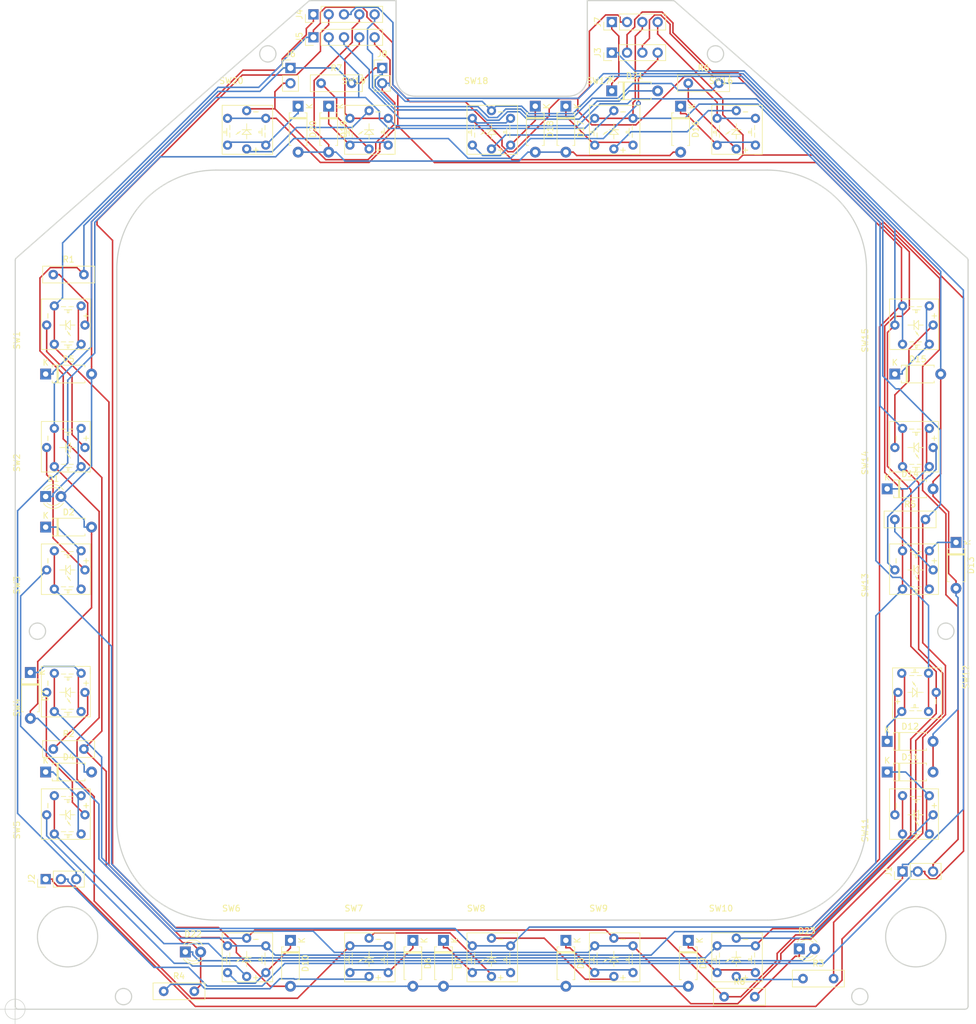
<source format=kicad_pcb>
(kicad_pcb (version 20171130) (host pcbnew "(5.1.5-0-10_14)")
  (layers (0 F.Cu signal) (31 B.Cu signal) (34 B.Paste user) (35 F.Paste user) (36 B.SilkS user) (37 F.SilkS user) (38 B.Mask user hide) (39 F.Mask user) (44 Edge.Cuts user))
  (net 0 "")
  (net 1 GND)
  (net 2 "Net-(SW1-Pad6)")
  (net 3 "Net-(SW2-Pad6)")
  (net 4 "Net-(SW4-Pad6)")
  (net 5 "Net-(SW7-Pad6)")
  (net 6 "Net-(SW8-Pad6)")
  (net 7 "Net-(SW11-Pad6)")
  (net 8 "Net-(SW13-Pad6)")
  (net 9 "Net-(SW14-Pad6)")
  (net 10 "Net-(SW16-Pad6)")
  (net 11 "Net-(SW17-Pad6)")
  (net 12 "Net-(SW19-Pad6)")
  (net 13 "Net-(R1-Pad1)")
  (net 14 "Net-(R2-Pad1)")
  (net 15 "Net-(R3-Pad1)")
  (net 16 "Net-(R4-Pad1)")
  (net 17 "Net-(R5-Pad1)")
  (net 18 "Net-(R6-Pad1)")
  (net 19 "Net-(R7-Pad1)")
  (net 20 "Net-(D1-Pad1)")
  (net 21 "Net-(D2-Pad1)")
  (net 22 "Net-(D3-Pad1)")
  (net 23 "Net-(D4-Pad1)")
  (net 24 "Net-(D5-Pad1)")
  (net 25 "Net-(D6-Pad1)")
  (net 26 "Net-(D7-Pad1)")
  (net 27 "Net-(D8-Pad1)")
  (net 28 "Net-(D9-Pad1)")
  (net 29 "Net-(D10-Pad1)")
  (net 30 "Net-(D11-Pad1)")
  (net 31 "Net-(D12-Pad1)")
  (net 32 "Net-(D13-Pad1)")
  (net 33 "Net-(D14-Pad1)")
  (net 34 "Net-(D15-Pad1)")
  (net 35 "Net-(D16-Pad1)")
  (net 36 "Net-(D17-Pad1)")
  (net 37 "Net-(D18-Pad1)")
  (net 38 "Net-(D19-Pad1)")
  (net 39 "Net-(D20-Pad1)")
  (net 40 /Ana_Bright)
  (net 41 /Analog_GND)
  (net 42 /Analog+5V)
  (net 43 /Ana_Contrast)
  (net 44 /Led5Led6)
  (net 45 /Led10-11)
  (net 46 /Col_0)
  (net 47 /Col_3)
  (net 48 /Col_2)
  (net 49 /Col_1)
  (net 50 /Row_4)
  (net 51 /Row_3)
  (net 52 /Row_2)
  (net 53 /Row_1)
  (net 54 /Row_0)
  (net 55 /Backlight+)
  (net 56 /Col_4)
  (net 57 "Net-(D21-Pad1)")
  (net 58 "Net-(D22-Pad1)")
  (net 59 "Net-(D23-Pad1)")
  (module Resistor_THT:R_Box_L8.4mm_W2.5mm_P5.08mm (layer F.Cu) (at 134.992 174.46)
    (fp_text reference R8 (at 2.54 -2.52) (layer F.SilkS))
    (fp_text value R)
    (pad 2 thru_hole circle (at 5.08 0) (size 1.6 1.6) (drill 0.8) (layers *.Cu *.Mask) (net 59 "Net-(D23-Pad1)"))
    (pad 1 thru_hole circle (at 0 0) (size 1.6 1.6) (drill 0.8) (layers *.Cu *.Mask) (net 1 GND))
  )
  (module LED_THT:LED_D3.0mm (layer F.Cu) (at 147.462 166.51)
    (fp_text reference D23 (at 1.27 -2.96) (layer F.SilkS))
    (fp_text value LED)
    (pad 2 thru_hole circle (at 2.54 0) (size 1.8 1.8) (drill 0.9) (layers *.Cu *.Mask) (net 58 "Net-(D22-Pad1)"))
    (pad 1 thru_hole rect (at 0 0) (size 1.8 1.8) (drill 0.9) (layers *.Cu *.Mask) (net 59 "Net-(D23-Pad1)"))
  )
  (module LED_THT:LED_D3.0mm (layer F.Cu) (at 45.542 167.03)
    (fp_text reference D22 (at 1.27 -2.96) (layer F.SilkS))
    (fp_text value LED)
    (pad 2 thru_hole circle (at 2.54 0) (size 1.8 1.8) (drill 0.9) (layers *.Cu *.Mask) (net 55 /Backlight+))
    (pad 1 thru_hole rect (at 0 0) (size 1.8 1.8) (drill 0.9) (layers *.Cu *.Mask) (net 58 "Net-(D22-Pad1)"))
  )
  (module LED_THT:LED_D3.0mm (layer F.Cu) (at 22.352 91.44)
    (fp_text reference D1 (at 1.27 -2.96) (layer F.SilkS))
    (fp_text value D)
    (pad 2 thru_hole circle (at 2.54 0) (size 1.8 1.8) (drill 0.9) (layers *.Cu *.Mask) (net 46 /Col_0))
    (pad 1 thru_hole rect (at 0 0) (size 1.8 1.8) (drill 0.9) (layers *.Cu *.Mask) (net 20 "Net-(D1-Pad1)"))
  )
  (module Connector_PinHeader_2.54mm:PinHeader_1x02_P2.54mm_Vertical (layer F.Cu) (at 78.232 20.32)
    (fp_text reference J8 (at 0 -2.33) (layer F.SilkS))
    (fp_text value Conn_01x02_Female)
    (pad 2 thru_hole oval (at 0 2.54) (size 1.7 1.7) (drill 1) (layers *.Cu *.Mask) (net 1 GND))
    (pad 1 thru_hole rect (at 0 0) (size 1.7 1.7) (drill 1) (layers *.Cu *.Mask) (net 55 /Backlight+))
  )
  (module Connector_PinHeader_2.54mm:PinHeader_1x04_P2.54mm_Vertical (layer F.Cu) (at 116.332 12.7 90)
    (fp_text reference J7 (at 0 -2.33 90) (layer F.SilkS))
    (fp_text value Conn_01x04_Female)
    (pad 4 thru_hole oval (at 0 7.62 90) (size 1.7 1.7) (drill 1) (layers *.Cu *.Mask) (net 52 /Row_2))
    (pad 3 thru_hole oval (at 0 5.08 90) (size 1.7 1.7) (drill 1) (layers *.Cu *.Mask) (net 53 /Row_1))
    (pad 2 thru_hole oval (at 0 2.54 90) (size 1.7 1.7) (drill 1) (layers *.Cu *.Mask) (net 54 /Row_0))
    (pad 1 thru_hole rect (at 0 0 90) (size 1.7 1.7) (drill 1) (layers *.Cu *.Mask) (net 57 "Net-(D21-Pad1)"))
  )
  (module Connector_PinHeader_2.54mm:PinHeader_1x05_P2.54mm_Vertical (layer F.Cu) (at 66.802 11.43 90)
    (fp_text reference J4 (at 0 -2.33 90) (layer F.SilkS))
    (fp_text value Conn_01x05_Female)
    (pad 5 thru_hole oval (at 0 10.16 90) (size 1.7 1.7) (drill 1) (layers *.Cu *.Mask) (net 56 /Col_4))
    (pad 4 thru_hole oval (at 0 7.62 90) (size 1.7 1.7) (drill 1) (layers *.Cu *.Mask) (net 47 /Col_3))
    (pad 3 thru_hole oval (at 0 5.08 90) (size 1.7 1.7) (drill 1) (layers *.Cu *.Mask) (net 48 /Col_2))
    (pad 2 thru_hole oval (at 0 2.54 90) (size 1.7 1.7) (drill 1) (layers *.Cu *.Mask) (net 49 /Col_1))
    (pad 1 thru_hole rect (at 0 0 90) (size 1.7 1.7) (drill 1) (layers *.Cu *.Mask) (net 46 /Col_0))
  )
  (module Diode_THT:D_A-405_P7.62mm_Horizontal (layer F.Cu) (at 116.332 24.13)
    (fp_text reference D21 (at 3.81 -2.47) (layer F.SilkS))
    (fp_text value D)
    (fp_text user K (at 0 -1.9) (layer F.SilkS))
    (pad 2 thru_hole oval (at 7.62 0) (size 1.8 1.8) (drill 0.9) (layers *.Cu *.Mask) (net 56 /Col_4))
    (pad 1 thru_hole rect (at 0 0) (size 1.8 1.8) (drill 0.9) (layers *.Cu *.Mask) (net 57 "Net-(D21-Pad1)"))
  )
  (module Connector_PinHeader_2.54mm:PinHeader_1x02_P2.54mm_Vertical (layer F.Cu) (at 62.992 20.32)
    (fp_text reference J6 (at 0 -2.33) (layer F.SilkS))
    (fp_text value Conn_01x02_Female)
    (pad 2 thru_hole oval (at 0 2.54) (size 1.7 1.7) (drill 1) (layers *.Cu *.Mask) (net 1 GND))
    (pad 1 thru_hole rect (at 0 0) (size 1.7 1.7) (drill 1) (layers *.Cu *.Mask) (net 55 /Backlight+))
  )
  (module Connector_PinHeader_2.54mm:PinHeader_1x05_P2.54mm_Vertical (layer F.Cu) (at 66.802 15.24 90)
    (fp_text reference J5 (at 0 -2.33 90) (layer F.SilkS))
    (fp_text value Conn_01x05_Female)
    (pad 5 thru_hole oval (at 0 10.16 90) (size 1.7 1.7) (drill 1) (layers *.Cu *.Mask) (net 50 /Row_4))
    (pad 4 thru_hole oval (at 0 7.62 90) (size 1.7 1.7) (drill 1) (layers *.Cu *.Mask) (net 51 /Row_3))
    (pad 3 thru_hole oval (at 0 5.08 90) (size 1.7 1.7) (drill 1) (layers *.Cu *.Mask) (net 52 /Row_2))
    (pad 2 thru_hole oval (at 0 2.54 90) (size 1.7 1.7) (drill 1) (layers *.Cu *.Mask) (net 53 /Row_1))
    (pad 1 thru_hole rect (at 0 0 90) (size 1.7 1.7) (drill 1) (layers *.Cu *.Mask) (net 54 /Row_0))
  )
  (module Connector_PinHeader_2.54mm:PinHeader_1x04_P2.54mm_Vertical (layer F.Cu) (at 116.332 17.78 90)
    (fp_text reference J3 (at 0 -2.33 90) (layer F.SilkS))
    (fp_text value Conn_01x04_Female)
    (pad 4 thru_hole oval (at 0 7.62 90) (size 1.7 1.7) (drill 1) (layers *.Cu *.Mask) (net 43 /Ana_Contrast))
    (pad 3 thru_hole oval (at 0 5.08 90) (size 1.7 1.7) (drill 1) (layers *.Cu *.Mask) (net 40 /Ana_Bright))
    (pad 2 thru_hole oval (at 0 2.54 90) (size 1.7 1.7) (drill 1) (layers *.Cu *.Mask) (net 41 /Analog_GND))
    (pad 1 thru_hole rect (at 0 0 90) (size 1.7 1.7) (drill 1) (layers *.Cu *.Mask) (net 42 /Analog+5V))
  )
  (module Connector_PinHeader_2.54mm:PinHeader_1x03_P2.54mm_Vertical (layer F.Cu) (at 22.352 154.94 90)
    (fp_text reference J2 (at 0 -2.33 90) (layer F.SilkS))
    (fp_text value Conn_01x03_Female)
    (pad 3 thru_hole oval (at 0 5.08 90) (size 1.7 1.7) (drill 1) (layers *.Cu *.Mask) (net 43 /Ana_Contrast))
    (pad 2 thru_hole oval (at 0 2.54 90) (size 1.7 1.7) (drill 1) (layers *.Cu *.Mask) (net 41 /Analog_GND))
    (pad 1 thru_hole rect (at 0 0 90) (size 1.7 1.7) (drill 1) (layers *.Cu *.Mask) (net 42 /Analog+5V))
  )
  (module Connector_PinHeader_2.54mm:PinHeader_1x03_P2.54mm_Vertical (layer F.Cu) (at 164.592 153.67 90)
    (fp_text reference J1 (at 0 -2.33 90) (layer F.SilkS))
    (fp_text value Conn_01x03_Female)
    (pad 3 thru_hole oval (at 0 5.08 90) (size 1.7 1.7) (drill 1) (layers *.Cu *.Mask) (net 40 /Ana_Bright))
    (pad 2 thru_hole oval (at 0 2.54 90) (size 1.7 1.7) (drill 1) (layers *.Cu *.Mask) (net 41 /Analog_GND))
    (pad 1 thru_hole rect (at 0 0 90) (size 1.7 1.7) (drill 1) (layers *.Cu *.Mask) (net 42 /Analog+5V))
  )
  (module Diode_THT:D_A-405_P7.62mm_Horizontal (layer F.Cu) (at 64.262 26.67 270)
    (fp_text reference D20 (at 3.81 -2.47 90) (layer F.SilkS))
    (fp_text value D)
    (fp_text user K (at 0 -1.9 90) (layer F.SilkS))
    (pad 2 thru_hole oval (at 7.62 0 270) (size 1.8 1.8) (drill 0.9) (layers *.Cu *.Mask) (net 47 /Col_3))
    (pad 1 thru_hole rect (at 0 0 270) (size 1.8 1.8) (drill 0.9) (layers *.Cu *.Mask) (net 39 "Net-(D20-Pad1)"))
  )
  (module Diode_THT:D_A-405_P7.62mm_Horizontal (layer F.Cu) (at 69.342 26.67 270)
    (fp_text reference D19 (at 3.81 -2.47 90) (layer F.SilkS))
    (fp_text value D)
    (fp_text user K (at 0 -1.9 90) (layer F.SilkS))
    (pad 2 thru_hole oval (at 7.62 0 270) (size 1.8 1.8) (drill 0.9) (layers *.Cu *.Mask) (net 47 /Col_3))
    (pad 1 thru_hole rect (at 0 0 270) (size 1.8 1.8) (drill 0.9) (layers *.Cu *.Mask) (net 38 "Net-(D19-Pad1)"))
  )
  (module Diode_THT:D_A-405_P7.62mm_Horizontal (layer F.Cu) (at 103.632 26.67 270)
    (fp_text reference D18 (at 3.81 -2.47 90) (layer F.SilkS))
    (fp_text value D)
    (fp_text user K (at 0 -1.9 90) (layer F.SilkS))
    (pad 2 thru_hole oval (at 7.62 0 270) (size 1.8 1.8) (drill 0.9) (layers *.Cu *.Mask) (net 47 /Col_3))
    (pad 1 thru_hole rect (at 0 0 270) (size 1.8 1.8) (drill 0.9) (layers *.Cu *.Mask) (net 37 "Net-(D18-Pad1)"))
  )
  (module Diode_THT:D_A-405_P7.62mm_Horizontal (layer F.Cu) (at 108.712 26.67 270)
    (fp_text reference D17 (at 3.81 -2.47 90) (layer F.SilkS))
    (fp_text value D)
    (fp_text user K (at 0 -1.9 90) (layer F.SilkS))
    (pad 2 thru_hole oval (at 7.62 0 270) (size 1.8 1.8) (drill 0.9) (layers *.Cu *.Mask) (net 47 /Col_3))
    (pad 1 thru_hole rect (at 0 0 270) (size 1.8 1.8) (drill 0.9) (layers *.Cu *.Mask) (net 36 "Net-(D17-Pad1)"))
  )
  (module Diode_THT:D_A-405_P7.62mm_Horizontal (layer F.Cu) (at 127.762 26.67 270)
    (fp_text reference D16 (at 3.81 -2.47 90) (layer F.SilkS))
    (fp_text value D)
    (fp_text user K (at 0 -1.9 90) (layer F.SilkS))
    (pad 2 thru_hole oval (at 7.62 0 270) (size 1.8 1.8) (drill 0.9) (layers *.Cu *.Mask) (net 47 /Col_3))
    (pad 1 thru_hole rect (at 0 0 270) (size 1.8 1.8) (drill 0.9) (layers *.Cu *.Mask) (net 35 "Net-(D16-Pad1)"))
  )
  (module Diode_THT:D_A-405_P7.62mm_Horizontal (layer F.Cu) (at 163.322 71.12)
    (fp_text reference D15 (at 3.81 -2.47) (layer F.SilkS))
    (fp_text value D)
    (fp_text user K (at 0 -1.9) (layer F.SilkS))
    (pad 2 thru_hole oval (at 7.62 0) (size 1.8 1.8) (drill 0.9) (layers *.Cu *.Mask) (net 48 /Col_2))
    (pad 1 thru_hole rect (at 0 0) (size 1.8 1.8) (drill 0.9) (layers *.Cu *.Mask) (net 34 "Net-(D15-Pad1)"))
  )
  (module Diode_THT:D_A-405_P7.62mm_Horizontal (layer F.Cu) (at 162.052 90.17)
    (fp_text reference D14 (at 3.81 -2.47) (layer F.SilkS))
    (fp_text value D)
    (fp_text user K (at 0 -1.9) (layer F.SilkS))
    (pad 2 thru_hole oval (at 7.62 0) (size 1.8 1.8) (drill 0.9) (layers *.Cu *.Mask) (net 48 /Col_2))
    (pad 1 thru_hole rect (at 0 0) (size 1.8 1.8) (drill 0.9) (layers *.Cu *.Mask) (net 33 "Net-(D14-Pad1)"))
  )
  (module Diode_THT:D_A-405_P7.62mm_Horizontal (layer F.Cu) (at 173.482 99.06 270)
    (fp_text reference D13 (at 3.81 -2.47 90) (layer F.SilkS))
    (fp_text value D)
    (fp_text user K (at 0 -1.9 90) (layer F.SilkS))
    (pad 2 thru_hole oval (at 7.62 0 270) (size 1.8 1.8) (drill 0.9) (layers *.Cu *.Mask) (net 48 /Col_2))
    (pad 1 thru_hole rect (at 0 0 270) (size 1.8 1.8) (drill 0.9) (layers *.Cu *.Mask) (net 32 "Net-(D13-Pad1)"))
  )
  (module Diode_THT:D_A-405_P7.62mm_Horizontal (layer F.Cu) (at 162.052 132.08)
    (fp_text reference D12 (at 3.81 -2.47) (layer F.SilkS))
    (fp_text value D)
    (fp_text user K (at 0 -1.9) (layer F.SilkS))
    (pad 2 thru_hole oval (at 7.62 0) (size 1.8 1.8) (drill 0.9) (layers *.Cu *.Mask) (net 48 /Col_2))
    (pad 1 thru_hole rect (at 0 0) (size 1.8 1.8) (drill 0.9) (layers *.Cu *.Mask) (net 31 "Net-(D12-Pad1)"))
  )
  (module Diode_THT:D_A-405_P7.62mm_Horizontal (layer F.Cu) (at 162.052 137.16)
    (fp_text reference D11 (at 3.81 -2.47) (layer F.SilkS))
    (fp_text value D)
    (fp_text user K (at 0 -1.9) (layer F.SilkS))
    (pad 2 thru_hole oval (at 7.62 0) (size 1.8 1.8) (drill 0.9) (layers *.Cu *.Mask) (net 48 /Col_2))
    (pad 1 thru_hole rect (at 0 0) (size 1.8 1.8) (drill 0.9) (layers *.Cu *.Mask) (net 30 "Net-(D11-Pad1)"))
  )
  (module Diode_THT:D_A-405_P7.62mm_Horizontal (layer F.Cu) (at 62.992 165.1 270)
    (fp_text reference D10 (at 3.81 -2.47 90) (layer F.SilkS))
    (fp_text value D)
    (fp_text user K (at 0 -1.9 90) (layer F.SilkS))
    (pad 2 thru_hole oval (at 7.62 0 270) (size 1.8 1.8) (drill 0.9) (layers *.Cu *.Mask) (net 49 /Col_1))
    (pad 1 thru_hole rect (at 0 0 270) (size 1.8 1.8) (drill 0.9) (layers *.Cu *.Mask) (net 29 "Net-(D10-Pad1)"))
  )
  (module Diode_THT:D_A-405_P7.62mm_Horizontal (layer F.Cu) (at 129.032 165.1 270)
    (fp_text reference D9 (at 3.81 -2.47 90) (layer F.SilkS))
    (fp_text value D)
    (fp_text user K (at 0 -1.9 90) (layer F.SilkS))
    (pad 2 thru_hole oval (at 7.62 0 270) (size 1.8 1.8) (drill 0.9) (layers *.Cu *.Mask) (net 49 /Col_1))
    (pad 1 thru_hole rect (at 0 0 270) (size 1.8 1.8) (drill 0.9) (layers *.Cu *.Mask) (net 28 "Net-(D9-Pad1)"))
  )
  (module Diode_THT:D_A-405_P7.62mm_Horizontal (layer F.Cu) (at 108.712 165.1 270)
    (fp_text reference D8 (at 3.81 -2.47 90) (layer F.SilkS))
    (fp_text value D)
    (fp_text user K (at 0 -1.9 90) (layer F.SilkS))
    (pad 2 thru_hole oval (at 7.62 0 270) (size 1.8 1.8) (drill 0.9) (layers *.Cu *.Mask) (net 49 /Col_1))
    (pad 1 thru_hole rect (at 0 0 270) (size 1.8 1.8) (drill 0.9) (layers *.Cu *.Mask) (net 27 "Net-(D8-Pad1)"))
  )
  (module Diode_THT:D_A-405_P7.62mm_Horizontal (layer F.Cu) (at 88.392 165.1 270)
    (fp_text reference D7 (at 3.81 -2.47 90) (layer F.SilkS))
    (fp_text value D)
    (fp_text user K (at 0 -1.9 90) (layer F.SilkS))
    (pad 2 thru_hole oval (at 7.62 0 270) (size 1.8 1.8) (drill 0.9) (layers *.Cu *.Mask) (net 49 /Col_1))
    (pad 1 thru_hole rect (at 0 0 270) (size 1.8 1.8) (drill 0.9) (layers *.Cu *.Mask) (net 26 "Net-(D7-Pad1)"))
  )
  (module Diode_THT:D_A-405_P7.62mm_Horizontal (layer F.Cu) (at 83.312 165.1 270)
    (fp_text reference D6 (at 3.81 -2.47 90) (layer F.SilkS))
    (fp_text value D)
    (fp_text user K (at 0 -1.9 90) (layer F.SilkS))
    (pad 2 thru_hole oval (at 7.62 0 270) (size 1.8 1.8) (drill 0.9) (layers *.Cu *.Mask) (net 49 /Col_1))
    (pad 1 thru_hole rect (at 0 0 270) (size 1.8 1.8) (drill 0.9) (layers *.Cu *.Mask) (net 25 "Net-(D6-Pad1)"))
  )
  (module Diode_THT:D_A-405_P7.62mm_Horizontal (layer F.Cu) (at 22.352 71.12)
    (fp_text reference D5 (at 3.81 -2.47) (layer F.SilkS))
    (fp_text value D)
    (fp_text user K (at 0 -1.9) (layer F.SilkS))
    (pad 2 thru_hole oval (at 7.62 0) (size 1.8 1.8) (drill 0.9) (layers *.Cu *.Mask) (net 46 /Col_0))
    (pad 1 thru_hole rect (at 0 0) (size 1.8 1.8) (drill 0.9) (layers *.Cu *.Mask) (net 24 "Net-(D5-Pad1)"))
  )
  (module Diode_THT:D_A-405_P7.62mm_Horizontal (layer F.Cu) (at 22.352 137.16)
    (fp_text reference D4 (at 3.81 -2.47) (layer F.SilkS))
    (fp_text value D)
    (fp_text user K (at 0 -1.9) (layer F.SilkS))
    (pad 2 thru_hole oval (at 7.62 0) (size 1.8 1.8) (drill 0.9) (layers *.Cu *.Mask) (net 46 /Col_0))
    (pad 1 thru_hole rect (at 0 0) (size 1.8 1.8) (drill 0.9) (layers *.Cu *.Mask) (net 23 "Net-(D4-Pad1)"))
  )
  (module Diode_THT:D_A-405_P7.62mm_Horizontal (layer F.Cu) (at 19.812 120.65 270)
    (fp_text reference D3 (at 3.81 -2.47 90) (layer F.SilkS))
    (fp_text value D)
    (fp_text user K (at 0 -1.9 90) (layer F.SilkS))
    (pad 2 thru_hole oval (at 7.62 0 270) (size 1.8 1.8) (drill 0.9) (layers *.Cu *.Mask) (net 46 /Col_0))
    (pad 1 thru_hole rect (at 0 0 270) (size 1.8 1.8) (drill 0.9) (layers *.Cu *.Mask) (net 22 "Net-(D3-Pad1)"))
  )
  (module Diode_THT:D_A-405_P7.62mm_Horizontal (layer F.Cu) (at 22.352 96.52)
    (fp_text reference D2 (at 3.81 -2.47) (layer F.SilkS))
    (fp_text value D)
    (fp_text user K (at 0 -1.9) (layer F.SilkS))
    (pad 2 thru_hole oval (at 7.62 0) (size 1.8 1.8) (drill 0.9) (layers *.Cu *.Mask) (net 46 /Col_0))
    (pad 1 thru_hole rect (at 0 0) (size 1.8 1.8) (drill 0.9) (layers *.Cu *.Mask) (net 21 "Net-(D2-Pad1)"))
  )
  (module Resistor_THT:R_Box_L8.4mm_W2.5mm_P5.08mm (layer F.Cu) (at 148.082 171.45)
    (fp_text reference R3 (at 2.54 -2.52) (layer F.SilkS))
    (fp_text value R)
    (pad 2 thru_hole circle (at 5.08 0) (size 1.6 1.6) (drill 0.8) (layers *.Cu *.Mask) (net 55 /Backlight+))
    (pad 1 thru_hole circle (at 0 0) (size 1.6 1.6) (drill 0.8) (layers *.Cu *.Mask) (net 15 "Net-(R3-Pad1)"))
  )
  (module Resistor_THT:R_Box_L8.4mm_W2.5mm_P5.08mm (layer F.Cu) (at 68.072 22.86)
    (fp_text reference R7 (at 2.54 -2.52) (layer F.SilkS))
    (fp_text value R)
    (pad 2 thru_hole circle (at 5.08 0) (size 1.6 1.6) (drill 0.8) (layers *.Cu *.Mask) (net 55 /Backlight+))
    (pad 1 thru_hole circle (at 0 0) (size 1.6 1.6) (drill 0.8) (layers *.Cu *.Mask) (net 19 "Net-(R7-Pad1)"))
  )
  (module Resistor_THT:R_Box_L8.4mm_W2.5mm_P5.08mm (layer F.Cu) (at 129.032 22.86)
    (fp_text reference R6 (at 2.54 -2.52) (layer F.SilkS))
    (fp_text value R)
    (pad 1 thru_hole circle (at 0 0) (size 1.6 1.6) (drill 0.8) (layers *.Cu *.Mask) (net 18 "Net-(R6-Pad1)"))
    (pad 2 thru_hole circle (at 5.08 0) (size 1.6 1.6) (drill 0.8) (layers *.Cu *.Mask) (net 55 /Backlight+))
  )
  (module Resistor_THT:R_Box_L8.4mm_W2.5mm_P5.08mm (layer F.Cu) (at 163.322 95.25)
    (fp_text reference R5 (at 2.54 -2.52) (layer F.SilkS))
    (fp_text value R)
    (pad 2 thru_hole circle (at 5.08 0) (size 1.6 1.6) (drill 0.8) (layers *.Cu *.Mask) (net 55 /Backlight+))
    (pad 1 thru_hole circle (at 0 0) (size 1.6 1.6) (drill 0.8) (layers *.Cu *.Mask) (net 17 "Net-(R5-Pad1)"))
  )
  (module Resistor_THT:R_Box_L8.4mm_W2.5mm_P5.08mm (layer F.Cu) (at 41.952 173.55)
    (fp_text reference R4 (at 2.54 -2.52) (layer F.SilkS))
    (fp_text value R)
    (pad 2 thru_hole circle (at 5.08 0) (size 1.6 1.6) (drill 0.8) (layers *.Cu *.Mask) (net 55 /Backlight+))
    (pad 1 thru_hole circle (at 0 0) (size 1.6 1.6) (drill 0.8) (layers *.Cu *.Mask) (net 16 "Net-(R4-Pad1)"))
  )
  (module Resistor_THT:R_Box_L8.4mm_W2.5mm_P5.08mm (layer F.Cu) (at 23.622 133.35)
    (fp_text reference R2 (at 2.54 -2.52) (layer F.SilkS))
    (fp_text value R)
    (pad 2 thru_hole circle (at 5.08 0) (size 1.6 1.6) (drill 0.8) (layers *.Cu *.Mask) (net 55 /Backlight+))
    (pad 1 thru_hole circle (at 0 0) (size 1.6 1.6) (drill 0.8) (layers *.Cu *.Mask) (net 14 "Net-(R2-Pad1)"))
  )
  (module Resistor_THT:R_Box_L8.4mm_W2.5mm_P5.08mm (layer F.Cu) (at 23.622 54.61)
    (fp_text reference R1 (at 2.54 -2.52) (layer F.SilkS))
    (fp_text value R)
    (pad 2 thru_hole circle (at 5.08 0) (size 1.6 1.6) (drill 0.8) (layers *.Cu *.Mask) (net 55 /Backlight+))
    (pad 1 thru_hole circle (at 0 0) (size 1.6 1.6) (drill 0.8) (layers *.Cu *.Mask) (net 13 "Net-(R1-Pad1)"))
  )
  (module PT_Library_v001:PT_Small_Tactile_Switch_With_LED (layer F.Cu) (at 76.042 30.84 180)
    (fp_text reference SW19 (at 2.54 8.374) (layer F.SilkS))
    (fp_text value 1)
    (fp_text user - (at -1.524 3.302) (layer F.SilkS))
    (fp_text user + (at -1.524 -3.048) (layer F.SilkS))
    (pad 6 thru_hole circle (at 0 3.429 180) (size 1.524 1.524) (drill 0.762) (layers *.Cu *.Mask) (net 12 "Net-(SW19-Pad6)"))
    (pad 5 thru_hole circle (at 0 -2.921 180) (size 1.524 1.524) (drill 0.762) (layers *.Cu *.Mask) (net 19 "Net-(R7-Pad1)"))
    (pad 4 thru_hole circle (at 3.175 2.159 180) (size 1.524 1.524) (drill 0.762) (layers *.Cu *.Mask) (net 51 /Row_3))
    (pad 3 thru_hole circle (at -3.175 2.159 180) (size 1.524 1.524) (drill 0.762) (layers *.Cu *.Mask) (net 51 /Row_3))
    (pad 2 thru_hole circle (at 3.175 -2.286 180) (size 1.524 1.524) (drill 0.762) (layers *.Cu *.Mask) (net 38 "Net-(D19-Pad1)"))
    (pad 1 thru_hole circle (at -3.175 -2.286 180) (size 1.524 1.524) (drill 0.762) (layers *.Cu *.Mask) (net 38 "Net-(D19-Pad1)"))
  )
  (module PT_Library_v001:PT_Small_Tactile_Switch_With_LED (layer F.Cu) (at 96.362 30.84 180)
    (fp_text reference SW18 (at 2.54 8.374) (layer F.SilkS))
    (fp_text value 1)
    (fp_text user - (at -1.524 3.302) (layer F.SilkS))
    (fp_text user + (at -1.524 -3.048) (layer F.SilkS))
    (pad 6 thru_hole circle (at 0 3.429 180) (size 1.524 1.524) (drill 0.762) (layers *.Cu *.Mask) (net 1 GND))
    (pad 5 thru_hole circle (at 0 -2.921 180) (size 1.524 1.524) (drill 0.762) (layers *.Cu *.Mask) (net 11 "Net-(SW17-Pad6)"))
    (pad 4 thru_hole circle (at 3.175 2.159 180) (size 1.524 1.524) (drill 0.762) (layers *.Cu *.Mask) (net 52 /Row_2))
    (pad 3 thru_hole circle (at -3.175 2.159 180) (size 1.524 1.524) (drill 0.762) (layers *.Cu *.Mask) (net 52 /Row_2))
    (pad 2 thru_hole circle (at 3.175 -2.286 180) (size 1.524 1.524) (drill 0.762) (layers *.Cu *.Mask) (net 37 "Net-(D18-Pad1)"))
    (pad 1 thru_hole circle (at -3.175 -2.286 180) (size 1.524 1.524) (drill 0.762) (layers *.Cu *.Mask) (net 37 "Net-(D18-Pad1)"))
  )
  (module PT_Library_v001:PT_Small_Tactile_Switch_With_LED (layer F.Cu) (at 116.682 30.84 180)
    (fp_text reference SW17 (at 2.54 8.374) (layer F.SilkS))
    (fp_text value 1)
    (fp_text user - (at -1.524 3.302) (layer F.SilkS))
    (fp_text user + (at -1.524 -3.048) (layer F.SilkS))
    (pad 6 thru_hole circle (at 0 3.429 180) (size 1.524 1.524) (drill 0.762) (layers *.Cu *.Mask) (net 11 "Net-(SW17-Pad6)"))
    (pad 5 thru_hole circle (at 0 -2.921 180) (size 1.524 1.524) (drill 0.762) (layers *.Cu *.Mask) (net 10 "Net-(SW16-Pad6)"))
    (pad 4 thru_hole circle (at 3.175 2.159 180) (size 1.524 1.524) (drill 0.762) (layers *.Cu *.Mask) (net 53 /Row_1))
    (pad 3 thru_hole circle (at -3.175 2.159 180) (size 1.524 1.524) (drill 0.762) (layers *.Cu *.Mask) (net 53 /Row_1))
    (pad 2 thru_hole circle (at 3.175 -2.286 180) (size 1.524 1.524) (drill 0.762) (layers *.Cu *.Mask) (net 36 "Net-(D17-Pad1)"))
    (pad 1 thru_hole circle (at -3.175 -2.286 180) (size 1.524 1.524) (drill 0.762) (layers *.Cu *.Mask) (net 36 "Net-(D17-Pad1)"))
  )
  (module PT_Library_v001:PT_Small_Tactile_Switch_With_LED (layer F.Cu) (at 137.002 30.84 180)
    (fp_text reference SW16 (at 2.54 8.374) (layer F.SilkS))
    (fp_text value 1)
    (fp_text user - (at -1.524 3.302) (layer F.SilkS))
    (fp_text user + (at -1.524 -3.048) (layer F.SilkS))
    (pad 6 thru_hole circle (at 0 3.429 180) (size 1.524 1.524) (drill 0.762) (layers *.Cu *.Mask) (net 10 "Net-(SW16-Pad6)"))
    (pad 5 thru_hole circle (at 0 -2.921 180) (size 1.524 1.524) (drill 0.762) (layers *.Cu *.Mask) (net 18 "Net-(R6-Pad1)"))
    (pad 4 thru_hole circle (at 3.175 2.159 180) (size 1.524 1.524) (drill 0.762) (layers *.Cu *.Mask) (net 54 /Row_0))
    (pad 3 thru_hole circle (at -3.175 2.159 180) (size 1.524 1.524) (drill 0.762) (layers *.Cu *.Mask) (net 54 /Row_0))
    (pad 2 thru_hole circle (at 3.175 -2.286 180) (size 1.524 1.524) (drill 0.762) (layers *.Cu *.Mask) (net 35 "Net-(D16-Pad1)"))
    (pad 1 thru_hole circle (at -3.175 -2.286 180) (size 1.524 1.524) (drill 0.762) (layers *.Cu *.Mask) (net 35 "Net-(D16-Pad1)"))
  )
  (module PT_Library_v001:PT_Small_Tactile_Switch_With_LED (layer F.Cu) (at 166.762 62.99 270)
    (fp_text reference SW15 (at 2.54 8.374 90) (layer F.SilkS))
    (fp_text value 1)
    (fp_text user - (at -1.524 3.302 90) (layer F.SilkS))
    (fp_text user + (at -1.524 -3.048 90) (layer F.SilkS))
    (pad 6 thru_hole circle (at 0 3.429 270) (size 1.524 1.524) (drill 0.762) (layers *.Cu *.Mask) (net 1 GND))
    (pad 5 thru_hole circle (at 0 -2.921 270) (size 1.524 1.524) (drill 0.762) (layers *.Cu *.Mask) (net 9 "Net-(SW14-Pad6)"))
    (pad 4 thru_hole circle (at 3.175 2.159 270) (size 1.524 1.524) (drill 0.762) (layers *.Cu *.Mask) (net 50 /Row_4))
    (pad 3 thru_hole circle (at -3.175 2.159 270) (size 1.524 1.524) (drill 0.762) (layers *.Cu *.Mask) (net 50 /Row_4))
    (pad 2 thru_hole circle (at 3.175 -2.286 270) (size 1.524 1.524) (drill 0.762) (layers *.Cu *.Mask) (net 34 "Net-(D15-Pad1)"))
    (pad 1 thru_hole circle (at -3.175 -2.286 270) (size 1.524 1.524) (drill 0.762) (layers *.Cu *.Mask) (net 34 "Net-(D15-Pad1)"))
  )
  (module PT_Library_v001:PT_Small_Tactile_Switch_With_LED (layer F.Cu) (at 166.762 83.31 270)
    (fp_text reference SW14 (at 2.54 8.374 90) (layer F.SilkS))
    (fp_text value 1)
    (fp_text user - (at -1.524 3.302 90) (layer F.SilkS))
    (fp_text user + (at -1.524 -3.048 90) (layer F.SilkS))
    (pad 6 thru_hole circle (at 0 3.429 270) (size 1.524 1.524) (drill 0.762) (layers *.Cu *.Mask) (net 9 "Net-(SW14-Pad6)"))
    (pad 5 thru_hole circle (at 0 -2.921 270) (size 1.524 1.524) (drill 0.762) (layers *.Cu *.Mask) (net 8 "Net-(SW13-Pad6)"))
    (pad 4 thru_hole circle (at 3.175 2.159 270) (size 1.524 1.524) (drill 0.762) (layers *.Cu *.Mask) (net 51 /Row_3))
    (pad 3 thru_hole circle (at -3.175 2.159 270) (size 1.524 1.524) (drill 0.762) (layers *.Cu *.Mask) (net 51 /Row_3))
    (pad 2 thru_hole circle (at 3.175 -2.286 270) (size 1.524 1.524) (drill 0.762) (layers *.Cu *.Mask) (net 33 "Net-(D14-Pad1)"))
    (pad 1 thru_hole circle (at -3.175 -2.286 270) (size 1.524 1.524) (drill 0.762) (layers *.Cu *.Mask) (net 33 "Net-(D14-Pad1)"))
  )
  (module PT_Library_v001:PT_Small_Tactile_Switch_With_LED (layer F.Cu) (at 166.762 103.63 270)
    (fp_text reference SW13 (at 2.54 8.374 90) (layer F.SilkS))
    (fp_text value 1)
    (fp_text user - (at -1.524 3.302 90) (layer F.SilkS))
    (fp_text user + (at -1.524 -3.048 90) (layer F.SilkS))
    (pad 6 thru_hole circle (at 0 3.429 270) (size 1.524 1.524) (drill 0.762) (layers *.Cu *.Mask) (net 8 "Net-(SW13-Pad6)"))
    (pad 5 thru_hole circle (at 0 -2.921 270) (size 1.524 1.524) (drill 0.762) (layers *.Cu *.Mask) (net 17 "Net-(R5-Pad1)"))
    (pad 4 thru_hole circle (at 3.175 2.159 270) (size 1.524 1.524) (drill 0.762) (layers *.Cu *.Mask) (net 52 /Row_2))
    (pad 3 thru_hole circle (at -3.175 2.159 270) (size 1.524 1.524) (drill 0.762) (layers *.Cu *.Mask) (net 52 /Row_2))
    (pad 2 thru_hole circle (at 3.175 -2.286 270) (size 1.524 1.524) (drill 0.762) (layers *.Cu *.Mask) (net 32 "Net-(D13-Pad1)"))
    (pad 1 thru_hole circle (at -3.175 -2.286 270) (size 1.524 1.524) (drill 0.762) (layers *.Cu *.Mask) (net 32 "Net-(D13-Pad1)"))
  )
  (module PT_Library_v001:PT_Small_Tactile_Switch_With_LED (layer F.Cu) (at 166.762 123.95 90)
    (fp_text reference SW12 (at 2.54 8.374 90) (layer F.SilkS))
    (fp_text value 1)
    (fp_text user - (at -1.524 3.302 90) (layer F.SilkS))
    (fp_text user + (at -1.524 -3.048 90) (layer F.SilkS))
    (pad 6 thru_hole circle (at 0 3.429 90) (size 1.524 1.524) (drill 0.762) (layers *.Cu *.Mask) (net 1 GND))
    (pad 5 thru_hole circle (at 0 -2.921 90) (size 1.524 1.524) (drill 0.762) (layers *.Cu *.Mask) (net 7 "Net-(SW11-Pad6)"))
    (pad 4 thru_hole circle (at 3.175 2.159 90) (size 1.524 1.524) (drill 0.762) (layers *.Cu *.Mask) (net 53 /Row_1))
    (pad 3 thru_hole circle (at -3.175 2.159 90) (size 1.524 1.524) (drill 0.762) (layers *.Cu *.Mask) (net 53 /Row_1))
    (pad 2 thru_hole circle (at 3.175 -2.286 90) (size 1.524 1.524) (drill 0.762) (layers *.Cu *.Mask) (net 31 "Net-(D12-Pad1)"))
    (pad 1 thru_hole circle (at -3.175 -2.286 90) (size 1.524 1.524) (drill 0.762) (layers *.Cu *.Mask) (net 31 "Net-(D12-Pad1)"))
  )
  (module PT_Library_v001:PT_Small_Tactile_Switch_With_LED (layer F.Cu) (at 166.762 144.27 270)
    (fp_text reference SW11 (at 2.54 8.374 90) (layer F.SilkS))
    (fp_text value 1)
    (fp_text user - (at -1.524 3.302 90) (layer F.SilkS))
    (fp_text user + (at -1.524 -3.048 90) (layer F.SilkS))
    (pad 6 thru_hole circle (at 0 3.429 270) (size 1.524 1.524) (drill 0.762) (layers *.Cu *.Mask) (net 7 "Net-(SW11-Pad6)"))
    (pad 5 thru_hole circle (at 0 -2.921 270) (size 1.524 1.524) (drill 0.762) (layers *.Cu *.Mask) (net 45 /Led10-11))
    (pad 4 thru_hole circle (at 3.175 2.159 270) (size 1.524 1.524) (drill 0.762) (layers *.Cu *.Mask) (net 54 /Row_0))
    (pad 3 thru_hole circle (at -3.175 2.159 270) (size 1.524 1.524) (drill 0.762) (layers *.Cu *.Mask) (net 54 /Row_0))
    (pad 2 thru_hole circle (at 3.175 -2.286 270) (size 1.524 1.524) (drill 0.762) (layers *.Cu *.Mask) (net 30 "Net-(D11-Pad1)"))
    (pad 1 thru_hole circle (at -3.175 -2.286 270) (size 1.524 1.524) (drill 0.762) (layers *.Cu *.Mask) (net 30 "Net-(D11-Pad1)"))
  )
  (module PT_Library_v001:PT_Small_Tactile_Switch_With_LED (layer F.Cu) (at 137.002 168.17 180)
    (fp_text reference SW10 (at 2.54 8.374) (layer F.SilkS))
    (fp_text value 1)
    (fp_text user - (at -1.524 3.302) (layer F.SilkS))
    (fp_text user + (at -1.524 -3.048) (layer F.SilkS))
    (pad 6 thru_hole circle (at 0 3.429 180) (size 1.524 1.524) (drill 0.762) (layers *.Cu *.Mask) (net 45 /Led10-11))
    (pad 5 thru_hole circle (at 0 -2.921 180) (size 1.524 1.524) (drill 0.762) (layers *.Cu *.Mask) (net 15 "Net-(R3-Pad1)"))
    (pad 4 thru_hole circle (at 3.175 2.159 180) (size 1.524 1.524) (drill 0.762) (layers *.Cu *.Mask) (net 50 /Row_4))
    (pad 3 thru_hole circle (at -3.175 2.159 180) (size 1.524 1.524) (drill 0.762) (layers *.Cu *.Mask) (net 50 /Row_4))
    (pad 2 thru_hole circle (at 3.175 -2.286 180) (size 1.524 1.524) (drill 0.762) (layers *.Cu *.Mask) (net 28 "Net-(D9-Pad1)"))
    (pad 1 thru_hole circle (at -3.175 -2.286 180) (size 1.524 1.524) (drill 0.762) (layers *.Cu *.Mask) (net 28 "Net-(D9-Pad1)"))
  )
  (module PT_Library_v001:PT_Small_Tactile_Switch_With_LED (layer F.Cu) (at 116.682 168.17 180)
    (fp_text reference SW9 (at 2.54 8.374) (layer F.SilkS))
    (fp_text value 1)
    (fp_text user - (at -1.524 3.302) (layer F.SilkS))
    (fp_text user + (at -1.524 -3.048) (layer F.SilkS))
    (pad 6 thru_hole circle (at 0 3.429 180) (size 1.524 1.524) (drill 0.762) (layers *.Cu *.Mask) (net 1 GND))
    (pad 5 thru_hole circle (at 0 -2.921 180) (size 1.524 1.524) (drill 0.762) (layers *.Cu *.Mask) (net 6 "Net-(SW8-Pad6)"))
    (pad 4 thru_hole circle (at 3.175 2.159 180) (size 1.524 1.524) (drill 0.762) (layers *.Cu *.Mask) (net 51 /Row_3))
    (pad 3 thru_hole circle (at -3.175 2.159 180) (size 1.524 1.524) (drill 0.762) (layers *.Cu *.Mask) (net 51 /Row_3))
    (pad 2 thru_hole circle (at 3.175 -2.286 180) (size 1.524 1.524) (drill 0.762) (layers *.Cu *.Mask) (net 27 "Net-(D8-Pad1)"))
    (pad 1 thru_hole circle (at -3.175 -2.286 180) (size 1.524 1.524) (drill 0.762) (layers *.Cu *.Mask) (net 27 "Net-(D8-Pad1)"))
  )
  (module PT_Library_v001:PT_Small_Tactile_Switch_With_LED (layer F.Cu) (at 96.362 168.17 180)
    (fp_text reference SW8 (at 2.54 8.374) (layer F.SilkS))
    (fp_text value 1)
    (fp_text user - (at -1.524 3.302) (layer F.SilkS))
    (fp_text user + (at -1.524 -3.048) (layer F.SilkS))
    (pad 6 thru_hole circle (at 0 3.429 180) (size 1.524 1.524) (drill 0.762) (layers *.Cu *.Mask) (net 6 "Net-(SW8-Pad6)"))
    (pad 5 thru_hole circle (at 0 -2.921 180) (size 1.524 1.524) (drill 0.762) (layers *.Cu *.Mask) (net 5 "Net-(SW7-Pad6)"))
    (pad 4 thru_hole circle (at 3.175 2.159 180) (size 1.524 1.524) (drill 0.762) (layers *.Cu *.Mask) (net 52 /Row_2))
    (pad 3 thru_hole circle (at -3.175 2.159 180) (size 1.524 1.524) (drill 0.762) (layers *.Cu *.Mask) (net 52 /Row_2))
    (pad 2 thru_hole circle (at 3.175 -2.286 180) (size 1.524 1.524) (drill 0.762) (layers *.Cu *.Mask) (net 26 "Net-(D7-Pad1)"))
    (pad 1 thru_hole circle (at -3.175 -2.286 180) (size 1.524 1.524) (drill 0.762) (layers *.Cu *.Mask) (net 26 "Net-(D7-Pad1)"))
  )
  (module PT_Library_v001:PT_Small_Tactile_Switch_With_LED (layer F.Cu) (at 76.042 168.17 180)
    (fp_text reference SW7 (at 2.54 8.374) (layer F.SilkS))
    (fp_text value 1)
    (fp_text user - (at -1.524 3.302) (layer F.SilkS))
    (fp_text user + (at -1.524 -3.048) (layer F.SilkS))
    (pad 6 thru_hole circle (at 0 3.429 180) (size 1.524 1.524) (drill 0.762) (layers *.Cu *.Mask) (net 5 "Net-(SW7-Pad6)"))
    (pad 5 thru_hole circle (at 0 -2.921 180) (size 1.524 1.524) (drill 0.762) (layers *.Cu *.Mask) (net 16 "Net-(R4-Pad1)"))
    (pad 4 thru_hole circle (at 3.175 2.159 180) (size 1.524 1.524) (drill 0.762) (layers *.Cu *.Mask) (net 53 /Row_1))
    (pad 3 thru_hole circle (at -3.175 2.159 180) (size 1.524 1.524) (drill 0.762) (layers *.Cu *.Mask) (net 53 /Row_1))
    (pad 2 thru_hole circle (at 3.175 -2.286 180) (size 1.524 1.524) (drill 0.762) (layers *.Cu *.Mask) (net 25 "Net-(D6-Pad1)"))
    (pad 1 thru_hole circle (at -3.175 -2.286 180) (size 1.524 1.524) (drill 0.762) (layers *.Cu *.Mask) (net 25 "Net-(D6-Pad1)"))
  )
  (module PT_Library_v001:PT_Small_Tactile_Switch_With_LED (layer F.Cu) (at 55.722 168.17 180)
    (fp_text reference SW6 (at 2.54 8.374) (layer F.SilkS))
    (fp_text value 1)
    (fp_text user - (at -1.524 3.302) (layer F.SilkS))
    (fp_text user + (at -1.524 -3.048) (layer F.SilkS))
    (pad 6 thru_hole circle (at 0 3.429 180) (size 1.524 1.524) (drill 0.762) (layers *.Cu *.Mask) (net 1 GND))
    (pad 5 thru_hole circle (at 0 -2.921 180) (size 1.524 1.524) (drill 0.762) (layers *.Cu *.Mask) (net 44 /Led5Led6))
    (pad 4 thru_hole circle (at 3.175 2.159 180) (size 1.524 1.524) (drill 0.762) (layers *.Cu *.Mask) (net 54 /Row_0))
    (pad 3 thru_hole circle (at -3.175 2.159 180) (size 1.524 1.524) (drill 0.762) (layers *.Cu *.Mask) (net 54 /Row_0))
    (pad 2 thru_hole circle (at 3.175 -2.286 180) (size 1.524 1.524) (drill 0.762) (layers *.Cu *.Mask) (net 29 "Net-(D10-Pad1)"))
    (pad 1 thru_hole circle (at -3.175 -2.286 180) (size 1.524 1.524) (drill 0.762) (layers *.Cu *.Mask) (net 29 "Net-(D10-Pad1)"))
  )
  (module PT_Library_v001:PT_Small_Tactile_Switch_With_LED (layer F.Cu) (at 25.952 144.27 270)
    (fp_text reference SW5 (at 2.54 8.374 90) (layer F.SilkS))
    (fp_text value 1)
    (fp_text user - (at -1.524 3.302 90) (layer F.SilkS))
    (fp_text user + (at -1.524 -3.048 90) (layer F.SilkS))
    (pad 6 thru_hole circle (at 0 3.429 270) (size 1.524 1.524) (drill 0.762) (layers *.Cu *.Mask) (net 44 /Led5Led6))
    (pad 5 thru_hole circle (at 0 -2.921 270) (size 1.524 1.524) (drill 0.762) (layers *.Cu *.Mask) (net 4 "Net-(SW4-Pad6)"))
    (pad 4 thru_hole circle (at 3.175 2.159 270) (size 1.524 1.524) (drill 0.762) (layers *.Cu *.Mask) (net 50 /Row_4))
    (pad 3 thru_hole circle (at -3.175 2.159 270) (size 1.524 1.524) (drill 0.762) (layers *.Cu *.Mask) (net 50 /Row_4))
    (pad 2 thru_hole circle (at 3.175 -2.286 270) (size 1.524 1.524) (drill 0.762) (layers *.Cu *.Mask) (net 23 "Net-(D4-Pad1)"))
    (pad 1 thru_hole circle (at -3.175 -2.286 270) (size 1.524 1.524) (drill 0.762) (layers *.Cu *.Mask) (net 23 "Net-(D4-Pad1)"))
  )
  (module PT_Library_v001:PT_Small_Tactile_Switch_With_LED (layer F.Cu) (at 25.952 123.95 270)
    (fp_text reference SW4 (at 2.54 8.374 90) (layer F.SilkS))
    (fp_text value 1)
    (fp_text user - (at -1.524 3.302 90) (layer F.SilkS))
    (fp_text user + (at -1.524 -3.048 90) (layer F.SilkS))
    (pad 6 thru_hole circle (at 0 3.429 270) (size 1.524 1.524) (drill 0.762) (layers *.Cu *.Mask) (net 4 "Net-(SW4-Pad6)"))
    (pad 5 thru_hole circle (at 0 -2.921 270) (size 1.524 1.524) (drill 0.762) (layers *.Cu *.Mask) (net 14 "Net-(R2-Pad1)"))
    (pad 4 thru_hole circle (at 3.175 2.159 270) (size 1.524 1.524) (drill 0.762) (layers *.Cu *.Mask) (net 51 /Row_3))
    (pad 3 thru_hole circle (at -3.175 2.159 270) (size 1.524 1.524) (drill 0.762) (layers *.Cu *.Mask) (net 51 /Row_3))
    (pad 2 thru_hole circle (at 3.175 -2.286 270) (size 1.524 1.524) (drill 0.762) (layers *.Cu *.Mask) (net 22 "Net-(D3-Pad1)"))
    (pad 1 thru_hole circle (at -3.175 -2.286 270) (size 1.524 1.524) (drill 0.762) (layers *.Cu *.Mask) (net 22 "Net-(D3-Pad1)"))
  )
  (module PT_Library_v001:PT_Small_Tactile_Switch_With_LED (layer F.Cu) (at 25.952 103.63 270)
    (fp_text reference SW3 (at 2.54 8.374 90) (layer F.SilkS))
    (fp_text value 1)
    (fp_text user - (at -1.524 3.302 90) (layer F.SilkS))
    (fp_text user + (at -1.524 -3.048 90) (layer F.SilkS))
    (pad 6 thru_hole circle (at 0 3.429 270) (size 1.524 1.524) (drill 0.762) (layers *.Cu *.Mask) (net 1 GND))
    (pad 5 thru_hole circle (at 0 -2.921 270) (size 1.524 1.524) (drill 0.762) (layers *.Cu *.Mask) (net 3 "Net-(SW2-Pad6)"))
    (pad 4 thru_hole circle (at 3.175 2.159 270) (size 1.524 1.524) (drill 0.762) (layers *.Cu *.Mask) (net 52 /Row_2))
    (pad 3 thru_hole circle (at -3.175 2.159 270) (size 1.524 1.524) (drill 0.762) (layers *.Cu *.Mask) (net 52 /Row_2))
    (pad 2 thru_hole circle (at 3.175 -2.286 270) (size 1.524 1.524) (drill 0.762) (layers *.Cu *.Mask) (net 21 "Net-(D2-Pad1)"))
    (pad 1 thru_hole circle (at -3.175 -2.286 270) (size 1.524 1.524) (drill 0.762) (layers *.Cu *.Mask) (net 21 "Net-(D2-Pad1)"))
  )
  (module PT_Library_v001:PT_Small_Tactile_Switch_With_LED (layer F.Cu) (at 25.952 83.31 270)
    (fp_text reference SW2 (at 2.54 8.374 90) (layer F.SilkS))
    (fp_text value 1)
    (fp_text user - (at -1.524 3.302 90) (layer F.SilkS))
    (fp_text user + (at -1.524 -3.048 90) (layer F.SilkS))
    (pad 6 thru_hole circle (at 0 3.429 270) (size 1.524 1.524) (drill 0.762) (layers *.Cu *.Mask) (net 3 "Net-(SW2-Pad6)"))
    (pad 5 thru_hole circle (at 0 -2.921 270) (size 1.524 1.524) (drill 0.762) (layers *.Cu *.Mask) (net 2 "Net-(SW1-Pad6)"))
    (pad 4 thru_hole circle (at 3.175 2.159 270) (size 1.524 1.524) (drill 0.762) (layers *.Cu *.Mask) (net 53 /Row_1))
    (pad 3 thru_hole circle (at -3.175 2.159 270) (size 1.524 1.524) (drill 0.762) (layers *.Cu *.Mask) (net 53 /Row_1))
    (pad 2 thru_hole circle (at 3.175 -2.286 270) (size 1.524 1.524) (drill 0.762) (layers *.Cu *.Mask) (net 20 "Net-(D1-Pad1)"))
    (pad 1 thru_hole circle (at -3.175 -2.286 270) (size 1.524 1.524) (drill 0.762) (layers *.Cu *.Mask) (net 20 "Net-(D1-Pad1)"))
  )
  (module PT_Library_v001:PT_Small_Tactile_Switch_With_LED (layer F.Cu) (at 25.952 62.99 270)
    (fp_text reference SW1 (at 2.54 8.374 90) (layer F.SilkS))
    (fp_text value 1)
    (fp_text user - (at -1.524 3.302 90) (layer F.SilkS))
    (fp_text user + (at -1.524 -3.048 90) (layer F.SilkS))
    (pad 6 thru_hole circle (at 0 3.429 270) (size 1.524 1.524) (drill 0.762) (layers *.Cu *.Mask) (net 2 "Net-(SW1-Pad6)"))
    (pad 5 thru_hole circle (at 0 -2.921 270) (size 1.524 1.524) (drill 0.762) (layers *.Cu *.Mask) (net 13 "Net-(R1-Pad1)"))
    (pad 4 thru_hole circle (at 3.175 2.159 270) (size 1.524 1.524) (drill 0.762) (layers *.Cu *.Mask) (net 54 /Row_0))
    (pad 3 thru_hole circle (at -3.175 2.159 270) (size 1.524 1.524) (drill 0.762) (layers *.Cu *.Mask) (net 54 /Row_0))
    (pad 2 thru_hole circle (at 3.175 -2.286 270) (size 1.524 1.524) (drill 0.762) (layers *.Cu *.Mask) (net 24 "Net-(D5-Pad1)"))
    (pad 1 thru_hole circle (at -3.175 -2.286 270) (size 1.524 1.524) (drill 0.762) (layers *.Cu *.Mask) (net 24 "Net-(D5-Pad1)"))
  )
  (module PT_Library_v001:PT_Small_Tactile_Switch_With_LED (layer F.Cu) (at 55.722 30.84 180)
    (fp_text reference SW20 (at 2.54 8.374) (layer F.SilkS))
    (fp_text value 1)
    (fp_text user - (at -1.524 3.302) (layer F.SilkS))
    (fp_text user + (at -1.524 -3.048) (layer F.SilkS))
    (pad 6 thru_hole circle (at 0 3.429 180) (size 1.524 1.524) (drill 0.762) (layers *.Cu *.Mask) (net 1 GND))
    (pad 5 thru_hole circle (at 0 -2.921 180) (size 1.524 1.524) (drill 0.762) (layers *.Cu *.Mask) (net 12 "Net-(SW19-Pad6)"))
    (pad 4 thru_hole circle (at 3.175 2.159 180) (size 1.524 1.524) (drill 0.762) (layers *.Cu *.Mask) (net 50 /Row_4))
    (pad 3 thru_hole circle (at -3.175 2.159 180) (size 1.524 1.524) (drill 0.762) (layers *.Cu *.Mask) (net 50 /Row_4))
    (pad 2 thru_hole circle (at 3.175 -2.286 180) (size 1.524 1.524) (drill 0.762) (layers *.Cu *.Mask) (net 39 "Net-(D20-Pad1)"))
    (pad 1 thru_hole circle (at -3.175 -2.286 180) (size 1.524 1.524) (drill 0.762) (layers *.Cu *.Mask) (net 39 "Net-(D20-Pad1)"))
  )
  (gr_circle (center 25.98738 164.5031) (end 30.98738 164.5031) (layer Edge.Cuts) (width 0.2))
  (gr_circle (center 59.234683 17.986375) (end 60.587233 17.986375) (layer Edge.Cuts) (width 0.2))
  (gr_line (start 83.693 25.019) (end 109.093 25.019) (layer Edge.Cuts) (width 0.2))
  (gr_arc (start 109.093 21.844) (end 109.093 25.019) (angle -90) (layer Edge.Cuts) (width 0.2))
  (gr_circle (center 171.796079 113.792) (end 173.148629 113.792) (layer Edge.Cuts) (width 0.2))
  (gr_arc (start 50.60414 145.29336) (end 34.163 145.29336) (angle -90) (layer Edge.Cuts) (width 0.2))
  (gr_circle (center 157.51175 174.4345) (end 158.8643 174.4345) (layer Edge.Cuts) (width 0.2))
  (gr_circle (center 35.27425 174.4345) (end 36.6268 174.4345) (layer Edge.Cuts) (width 0.2))
  (gr_line (start 158.623 145.29336) (end 158.623 53.71564) (layer Edge.Cuts) (width 0.2))
  (gr_arc (start 142.18186 53.71564) (end 158.623 53.71564) (angle -90) (layer Edge.Cuts) (width 0.2))
  (gr_line (start 142.18186 37.2745) (end 50.60414 37.2745) (layer Edge.Cuts) (width 0.2))
  (gr_line (start 50.60414 161.7345) (end 142.18186 161.7345) (layer Edge.Cuts) (width 0.2))
  (gr_circle (center 166.798621 164.5031) (end 171.798621 164.5031) (layer Edge.Cuts) (width 0.2))
  (gr_line (start 126.464426 9.144) (end 112.268 9.144) (layer Edge.Cuts) (width 0.2))
  (gr_arc (start 126.464426 9.652) (end 126.799582 9.270248) (angle -41.28124683) (layer Edge.Cuts) (width 0.2))
  (gr_line (start 17.30375 52.240798) (end 17.30375 176.022) (layer Edge.Cuts) (width 0.2))
  (gr_line (start 17.81175 176.53) (end 174.97425 176.53) (layer Edge.Cuts) (width 0.2))
  (gr_line (start 175.309406 51.859046) (end 126.799582 9.270248) (layer Edge.Cuts) (width 0.2))
  (gr_arc (start 174.97425 52.240798) (end 175.48225 52.240798) (angle -48.71875317) (layer Edge.Cuts) (width 0.2))
  (gr_arc (start 142.18186 145.29336) (end 142.18186 161.7345) (angle -90) (layer Edge.Cuts) (width 0.2))
  (gr_line (start 34.163 53.71564) (end 34.163 145.29336) (layer Edge.Cuts) (width 0.2))
  (gr_arc (start 66.321574 9.652) (end 66.321574 9.144) (angle -41.28124683) (layer Edge.Cuts) (width 0.2))
  (gr_circle (center 133.551317 17.986375) (end 134.903867 17.986375) (layer Edge.Cuts) (width 0.2))
  (gr_circle (center 20.989921 113.792) (end 22.342471 113.792) (layer Edge.Cuts) (width 0.2))
  (gr_line (start 175.48225 176.022) (end 175.48225 52.240798) (layer Edge.Cuts) (width 0.2))
  (gr_arc (start 174.97425 176.022) (end 174.97425 176.53) (angle -90) (layer Edge.Cuts) (width 0.2))
  (gr_arc (start 17.81175 52.240798) (end 17.476594 51.859046) (angle -48.71875317) (layer Edge.Cuts) (width 0.2))
  (gr_line (start 80.518 9.144) (end 66.321574 9.144) (layer Edge.Cuts) (width 0.2))
  (gr_line (start 112.268 21.844) (end 112.268 9.144) (layer Edge.Cuts) (width 0.2))
  (gr_arc (start 50.60414 53.71564) (end 50.60414 37.2745) (angle -90) (layer Edge.Cuts) (width 0.2))
  (gr_arc (start 17.81175 176.022) (end 17.30375 176.022) (angle -90) (layer Edge.Cuts) (width 0.2))
  (gr_line (start 65.986418 9.270248) (end 17.476594 51.859046) (layer Edge.Cuts) (width 0.2))
  (gr_line (start 80.518 9.144) (end 80.518 21.844) (layer Edge.Cuts) (width 0.2))
  (gr_arc (start 83.693 21.844) (end 80.518 21.844) (angle -90) (layer Edge.Cuts) (width 0.2))
  (target plus (at 17.272 176.53) (size 5) (width 0.1) (layer Edge.Cuts))
  (segment (start 163.333 62.99) (end 163.333 47.1163) (width 0.25) (layer B.Cu) (net 1))
  (segment (start 163.333 47.1163) (end 137.9376 21.7209) (width 0.25) (layer B.Cu) (net 1))
  (segment (start 137.9376 21.7209) (end 116.0584 21.7209) (width 0.25) (layer B.Cu) (net 1))
  (segment (start 116.0584 21.7209) (end 109.884 27.8953) (width 0.25) (layer B.Cu) (net 1))
  (segment (start 109.884 27.8953) (end 102.5972 27.8953) (width 0.25) (layer B.Cu) (net 1))
  (segment (start 102.5972 27.8953) (end 101.3691 26.6672) (width 0.25) (layer B.Cu) (net 1))
  (segment (start 101.3691 26.6672) (end 97.1058 26.6672) (width 0.25) (layer B.Cu) (net 1))
  (segment (start 97.1058 26.6672) (end 96.362 27.411) (width 0.25) (layer B.Cu) (net 1))
  (segment (start 96.362 27.411) (end 94.8154 25.8644) (width 0.25) (layer B.Cu) (net 1))
  (segment (start 94.8154 25.8644) (end 82.0444 25.8644) (width 0.25) (layer B.Cu) (net 1))
  (segment (start 82.0444 25.8644) (end 79.4073 23.2273) (width 0.25) (layer B.Cu) (net 1))
  (segment (start 79.4073 23.2273) (end 79.4073 22.86) (width 0.25) (layer B.Cu) (net 1))
  (segment (start 78.232 22.86) (end 78.232 24.0353) (width 0.25) (layer F.Cu) (net 1))
  (segment (start 60.4118 27.103) (end 68.8586 35.5498) (width 0.25) (layer F.Cu) (net 1))
  (segment (start 68.8586 35.5498) (end 75.8559 35.5498) (width 0.25) (layer F.Cu) (net 1))
  (segment (start 75.8559 35.5498) (end 77.1519 34.2538) (width 0.25) (layer F.Cu) (net 1))
  (segment (start 77.1519 34.2538) (end 77.1519 32.752) (width 0.25) (layer F.Cu) (net 1))
  (segment (start 77.1519 32.752) (end 80.3165 29.5874) (width 0.25) (layer F.Cu) (net 1))
  (segment (start 80.3165 29.5874) (end 80.3165 26.1198) (width 0.25) (layer F.Cu) (net 1))
  (segment (start 80.3165 26.1198) (end 78.232 24.0353) (width 0.25) (layer F.Cu) (net 1))
  (segment (start 61.8167 22.86) (end 60.4118 24.2649) (width 0.25) (layer F.Cu) (net 1))
  (segment (start 60.4118 24.2649) (end 60.4118 27.103) (width 0.25) (layer F.Cu) (net 1))
  (segment (start 60.4118 27.103) (end 56.03 27.103) (width 0.25) (layer F.Cu) (net 1))
  (segment (start 56.03 27.103) (end 55.722 27.411) (width 0.25) (layer F.Cu) (net 1))
  (segment (start 163.333 62.99) (end 162.0966 64.2264) (width 0.25) (layer F.Cu) (net 1))
  (segment (start 162.0966 64.2264) (end 162.0966 86.4353) (width 0.25) (layer F.Cu) (net 1))
  (segment (start 162.0966 86.4353) (end 165.9878 90.3265) (width 0.25) (layer F.Cu) (net 1))
  (segment (start 165.9878 90.3265) (end 165.9878 116.304) (width 0.25) (layer F.Cu) (net 1))
  (segment (start 165.9878 116.304) (end 170.191 120.5072) (width 0.25) (layer F.Cu) (net 1))
  (segment (start 170.191 120.5072) (end 170.191 123.95) (width 0.25) (layer F.Cu) (net 1))
  (segment (start 170.191 123.95) (end 170.191 127.4698) (width 0.25) (layer F.Cu) (net 1))
  (segment (start 170.191 127.4698) (end 165.9632 131.6976) (width 0.25) (layer F.Cu) (net 1))
  (segment (start 165.9632 131.6976) (end 165.9632 147.6653) (width 0.25) (layer F.Cu) (net 1))
  (segment (start 165.9632 147.6653) (end 149.4272 164.2013) (width 0.25) (layer F.Cu) (net 1))
  (segment (start 149.4272 164.2013) (end 146.8515 164.2013) (width 0.25) (layer F.Cu) (net 1))
  (segment (start 146.8515 164.2013) (end 143.7888 167.264) (width 0.25) (layer F.Cu) (net 1))
  (segment (start 143.7888 167.264) (end 143.7888 168.4198) (width 0.25) (layer F.Cu) (net 1))
  (segment (start 143.7888 168.4198) (end 137.7487 174.4599) (width 0.25) (layer F.Cu) (net 1))
  (segment (start 137.7487 174.4599) (end 134.992 174.4599) (width 0.25) (layer F.Cu) (net 1))
  (segment (start 134.992 174.4599) (end 134.992 174.46) (width 0.25) (layer F.Cu) (net 1))
  (segment (start 78.232 22.86) (end 79.4073 22.86) (width 0.25) (layer B.Cu) (net 1))
  (segment (start 22.523 103.63) (end 18.1931 107.9599) (width 0.25) (layer B.Cu) (net 1))
  (segment (start 18.1931 107.9599) (end 18.1931 129.559) (width 0.25) (layer B.Cu) (net 1))
  (segment (start 18.1931 129.559) (end 27.5387 138.9046) (width 0.25) (layer B.Cu) (net 1))
  (segment (start 27.5387 138.9046) (end 27.6145 138.9046) (width 0.25) (layer B.Cu) (net 1))
  (segment (start 27.6145 138.9046) (end 31.1974 142.4875) (width 0.25) (layer B.Cu) (net 1))
  (segment (start 31.1974 142.4875) (end 31.1974 151.5862) (width 0.25) (layer B.Cu) (net 1))
  (segment (start 31.1974 151.5862) (end 44.3522 164.741) (width 0.25) (layer B.Cu) (net 1))
  (segment (start 44.3522 164.741) (end 55.722 164.741) (width 0.25) (layer B.Cu) (net 1))
  (segment (start 116.682 164.741) (end 115.3326 163.3916) (width 0.25) (layer F.Cu) (net 1))
  (segment (start 115.3326 163.3916) (end 57.0714 163.3916) (width 0.25) (layer F.Cu) (net 1))
  (segment (start 57.0714 163.3916) (end 55.722 164.741) (width 0.25) (layer F.Cu) (net 1))
  (segment (start 134.992 174.46) (end 125.273 164.741) (width 0.25) (layer F.Cu) (net 1))
  (segment (start 125.273 164.741) (end 116.682 164.741) (width 0.25) (layer F.Cu) (net 1))
  (segment (start 62.992 22.86) (end 61.8167 22.86) (width 0.25) (layer F.Cu) (net 1))
  (segment (start 22.523 62.99) (end 22.523 67.3911) (width 0.25) (layer F.Cu) (net 2))
  (segment (start 22.523 67.3911) (end 26.7309 71.599) (width 0.25) (layer F.Cu) (net 2))
  (segment (start 26.7309 71.599) (end 26.7309 81.1679) (width 0.25) (layer F.Cu) (net 2))
  (segment (start 26.7309 81.1679) (end 28.873 83.31) (width 0.25) (layer F.Cu) (net 2))
  (segment (start 22.523 83.31) (end 22.523 87.8286) (width 0.25) (layer F.Cu) (net 3))
  (segment (start 22.523 87.8286) (end 23.5774 88.883) (width 0.25) (layer F.Cu) (net 3))
  (segment (start 23.5774 88.883) (end 23.5774 98.3344) (width 0.25) (layer F.Cu) (net 3))
  (segment (start 23.5774 98.3344) (end 28.873 103.63) (width 0.25) (layer F.Cu) (net 3))
  (segment (start 22.523 123.95) (end 22.4671 124.0059) (width 0.25) (layer F.Cu) (net 4))
  (segment (start 22.4671 124.0059) (end 22.4671 134.4645) (width 0.25) (layer F.Cu) (net 4))
  (segment (start 22.4671 134.4645) (end 26.7854 138.7828) (width 0.25) (layer F.Cu) (net 4))
  (segment (start 26.7854 138.7828) (end 26.7854 142.1824) (width 0.25) (layer F.Cu) (net 4))
  (segment (start 26.7854 142.1824) (end 28.873 144.27) (width 0.25) (layer F.Cu) (net 4))
  (segment (start 76.042 164.741) (end 76.9084 163.8746) (width 0.25) (layer F.Cu) (net 5))
  (segment (start 76.9084 163.8746) (end 89.4775 163.8746) (width 0.25) (layer F.Cu) (net 5))
  (segment (start 89.4775 163.8746) (end 96.362 170.7591) (width 0.25) (layer F.Cu) (net 5))
  (segment (start 96.362 170.7591) (end 96.362 171.091) (width 0.25) (layer F.Cu) (net 5))
  (segment (start 96.362 164.741) (end 105.1185 164.741) (width 0.25) (layer F.Cu) (net 6))
  (segment (start 105.1185 164.741) (end 111.9281 171.5506) (width 0.25) (layer F.Cu) (net 6))
  (segment (start 111.9281 171.5506) (end 116.2224 171.5506) (width 0.25) (layer F.Cu) (net 6))
  (segment (start 116.2224 171.5506) (end 116.682 171.091) (width 0.25) (layer F.Cu) (net 6))
  (segment (start 163.333 144.27) (end 163.333 124.458) (width 0.25) (layer F.Cu) (net 7))
  (segment (start 163.333 124.458) (end 163.841 123.95) (width 0.25) (layer F.Cu) (net 7))
  (segment (start 163.333 103.63) (end 162.1438 102.4408) (width 0.25) (layer B.Cu) (net 8))
  (segment (start 162.1438 102.4408) (end 162.1438 94.8144) (width 0.25) (layer B.Cu) (net 8))
  (segment (start 162.1438 94.8144) (end 168.9522 88.006) (width 0.25) (layer B.Cu) (net 8))
  (segment (start 168.9522 88.006) (end 169.1002 88.006) (width 0.25) (layer B.Cu) (net 8))
  (segment (start 169.1002 88.006) (end 170.1624 86.9438) (width 0.25) (layer B.Cu) (net 8))
  (segment (start 170.1624 86.9438) (end 170.1624 83.7894) (width 0.25) (layer B.Cu) (net 8))
  (segment (start 170.1624 83.7894) (end 169.683 83.31) (width 0.25) (layer B.Cu) (net 8))
  (segment (start 169.683 62.99) (end 165.6631 67.0099) (width 0.25) (layer F.Cu) (net 9))
  (segment (start 165.6631 67.0099) (end 165.6631 72.2427) (width 0.25) (layer F.Cu) (net 9))
  (segment (start 165.6631 72.2427) (end 163.333 74.5728) (width 0.25) (layer F.Cu) (net 9))
  (segment (start 163.333 74.5728) (end 163.333 83.31) (width 0.25) (layer F.Cu) (net 9))
  (segment (start 137.002 27.411) (end 132.3511 27.411) (width 0.25) (layer B.Cu) (net 10))
  (segment (start 132.3511 27.411) (end 128.8586 30.9035) (width 0.25) (layer B.Cu) (net 10))
  (segment (start 128.8586 30.9035) (end 119.5395 30.9035) (width 0.25) (layer B.Cu) (net 10))
  (segment (start 119.5395 30.9035) (end 116.682 33.761) (width 0.25) (layer B.Cu) (net 10))
  (segment (start 116.682 27.411) (end 112.6405 31.4525) (width 0.25) (layer B.Cu) (net 11))
  (segment (start 112.6405 31.4525) (end 98.6705 31.4525) (width 0.25) (layer B.Cu) (net 11))
  (segment (start 98.6705 31.4525) (end 96.362 33.761) (width 0.25) (layer B.Cu) (net 11))
  (segment (start 55.722 33.761) (end 56.1744 34.2134) (width 0.25) (layer B.Cu) (net 12))
  (segment (start 56.1744 34.2134) (end 59.9844 34.2134) (width 0.25) (layer B.Cu) (net 12))
  (segment (start 59.9844 34.2134) (end 64.0017 30.1961) (width 0.25) (layer B.Cu) (net 12))
  (segment (start 64.0017 30.1961) (end 73.2569 30.1961) (width 0.25) (layer B.Cu) (net 12))
  (segment (start 73.2569 30.1961) (end 76.042 27.411) (width 0.25) (layer B.Cu) (net 12))
  (segment (start 28.873 62.99) (end 29.3255 62.5375) (width 0.25) (layer F.Cu) (net 13))
  (segment (start 29.3255 62.5375) (end 29.3255 59.3353) (width 0.25) (layer F.Cu) (net 13))
  (segment (start 29.3255 59.3353) (end 24.6002 54.61) (width 0.25) (layer F.Cu) (net 13))
  (segment (start 24.6002 54.61) (end 23.622 54.61) (width 0.25) (layer F.Cu) (net 13))
  (segment (start 28.873 123.95) (end 29.3257 124.4027) (width 0.25) (layer F.Cu) (net 14))
  (segment (start 29.3257 124.4027) (end 29.3257 127.6463) (width 0.25) (layer F.Cu) (net 14))
  (segment (start 29.3257 127.6463) (end 23.622 133.35) (width 0.25) (layer F.Cu) (net 14))
  (segment (start 137.002 171.091) (end 137.5079 171.5969) (width 0.25) (layer B.Cu) (net 15))
  (segment (start 137.5079 171.5969) (end 147.9351 171.5969) (width 0.25) (layer B.Cu) (net 15))
  (segment (start 147.9351 171.5969) (end 148.082 171.45) (width 0.25) (layer B.Cu) (net 15))
  (segment (start 76.042 171.091) (end 75.5896 171.5434) (width 0.25) (layer B.Cu) (net 16))
  (segment (start 75.5896 171.5434) (end 63.6564 171.5434) (width 0.25) (layer B.Cu) (net 16))
  (segment (start 63.6564 171.5434) (end 63.5801 171.4671) (width 0.25) (layer B.Cu) (net 16))
  (segment (start 63.5801 171.4671) (end 61.2325 171.4671) (width 0.25) (layer B.Cu) (net 16))
  (segment (start 61.2325 171.4671) (end 59.5676 173.132) (width 0.25) (layer B.Cu) (net 16))
  (segment (start 59.5676 173.132) (end 48.7839 173.132) (width 0.25) (layer B.Cu) (net 16))
  (segment (start 48.7839 173.132) (end 48.0525 172.4006) (width 0.25) (layer B.Cu) (net 16))
  (segment (start 48.0525 172.4006) (end 43.1014 172.4006) (width 0.25) (layer B.Cu) (net 16))
  (segment (start 43.1014 172.4006) (end 41.952 173.55) (width 0.25) (layer B.Cu) (net 16))
  (segment (start 169.683 103.63) (end 163.322 97.269) (width 0.25) (layer B.Cu) (net 17))
  (segment (start 163.322 97.269) (end 163.322 95.25) (width 0.25) (layer B.Cu) (net 17))
  (segment (start 137.002 33.761) (end 129.032 25.791) (width 0.25) (layer F.Cu) (net 18))
  (segment (start 129.032 25.791) (end 129.032 22.86) (width 0.25) (layer F.Cu) (net 18))
  (segment (start 76.042 33.761) (end 70.6566 28.3756) (width 0.25) (layer F.Cu) (net 19))
  (segment (start 70.6566 28.3756) (end 70.6566 25.4446) (width 0.25) (layer F.Cu) (net 19))
  (segment (start 70.6566 25.4446) (end 68.072 22.86) (width 0.25) (layer F.Cu) (net 19))
  (segment (start 22.352 91.44) (end 23.5773 91.44) (width 0.25) (layer B.Cu) (net 20))
  (segment (start 28.1761 86.4231) (end 23.5773 91.0219) (width 0.25) (layer B.Cu) (net 20))
  (segment (start 23.5773 91.0219) (end 23.5773 91.44) (width 0.25) (layer B.Cu) (net 20))
  (segment (start 28.1761 86.4231) (end 27.7544 86.0014) (width 0.25) (layer B.Cu) (net 20))
  (segment (start 27.7544 86.0014) (end 27.7544 80.6186) (width 0.25) (layer B.Cu) (net 20))
  (segment (start 27.7544 80.6186) (end 28.238 80.135) (width 0.25) (layer B.Cu) (net 20))
  (segment (start 28.238 86.485) (end 28.1761 86.4231) (width 0.25) (layer B.Cu) (net 20))
  (segment (start 28.238 100.455) (end 27.7565 100.9365) (width 0.25) (layer B.Cu) (net 21))
  (segment (start 27.7565 100.9365) (end 27.7565 106.3235) (width 0.25) (layer B.Cu) (net 21))
  (segment (start 27.7565 106.3235) (end 28.238 106.805) (width 0.25) (layer B.Cu) (net 21))
  (segment (start 28.238 100.455) (end 24.303 96.52) (width 0.25) (layer B.Cu) (net 21))
  (segment (start 24.303 96.52) (end 22.352 96.52) (width 0.25) (layer B.Cu) (net 21))
  (segment (start 19.812 120.65) (end 21.0373 120.65) (width 0.25) (layer B.Cu) (net 22))
  (segment (start 28.238 120.775) (end 27.1038 119.6408) (width 0.25) (layer B.Cu) (net 22))
  (segment (start 27.1038 119.6408) (end 22.0465 119.6408) (width 0.25) (layer B.Cu) (net 22))
  (segment (start 22.0465 119.6408) (end 21.0373 120.65) (width 0.25) (layer B.Cu) (net 22))
  (segment (start 28.238 120.775) (end 27.7813 121.2317) (width 0.25) (layer F.Cu) (net 22))
  (segment (start 27.7813 121.2317) (end 27.7813 126.6683) (width 0.25) (layer F.Cu) (net 22))
  (segment (start 27.7813 126.6683) (end 28.238 127.125) (width 0.25) (layer F.Cu) (net 22))
  (segment (start 27.7576 141.095) (end 27.5123 141.095) (width 0.25) (layer B.Cu) (net 23))
  (segment (start 27.5123 141.095) (end 23.5773 137.16) (width 0.25) (layer B.Cu) (net 23))
  (segment (start 28.238 141.095) (end 27.7576 141.095) (width 0.25) (layer B.Cu) (net 23))
  (segment (start 27.7576 141.095) (end 27.7576 146.9646) (width 0.25) (layer B.Cu) (net 23))
  (segment (start 27.7576 146.9646) (end 28.238 147.445) (width 0.25) (layer B.Cu) (net 23))
  (segment (start 22.352 137.16) (end 23.5773 137.16) (width 0.25) (layer B.Cu) (net 23))
  (segment (start 22.352 71.12) (end 23.5773 71.12) (width 0.25) (layer B.Cu) (net 24))
  (segment (start 28.238 66.165) (end 23.5773 70.8257) (width 0.25) (layer B.Cu) (net 24))
  (segment (start 23.5773 70.8257) (end 23.5773 71.12) (width 0.25) (layer B.Cu) (net 24))
  (segment (start 28.238 59.815) (end 27.7813 60.2717) (width 0.25) (layer F.Cu) (net 24))
  (segment (start 27.7813 60.2717) (end 27.7813 65.7083) (width 0.25) (layer F.Cu) (net 24))
  (segment (start 27.7813 65.7083) (end 28.238 66.165) (width 0.25) (layer F.Cu) (net 24))
  (segment (start 79.217 170.456) (end 78.7557 169.9947) (width 0.25) (layer B.Cu) (net 25))
  (segment (start 78.7557 169.9947) (end 73.3283 169.9947) (width 0.25) (layer B.Cu) (net 25))
  (segment (start 73.3283 169.9947) (end 72.867 170.456) (width 0.25) (layer B.Cu) (net 25))
  (segment (start 79.217 170.456) (end 83.312 166.361) (width 0.25) (layer F.Cu) (net 25))
  (segment (start 83.312 166.361) (end 83.312 165.1) (width 0.25) (layer F.Cu) (net 25))
  (segment (start 99.537 170.456) (end 99.0796 169.9986) (width 0.25) (layer B.Cu) (net 26))
  (segment (start 99.0796 169.9986) (end 93.6444 169.9986) (width 0.25) (layer B.Cu) (net 26))
  (segment (start 93.6444 169.9986) (end 93.187 170.456) (width 0.25) (layer B.Cu) (net 26))
  (segment (start 88.392 165.1) (end 88.392 166.3253) (width 0.25) (layer F.Cu) (net 26))
  (segment (start 93.187 170.456) (end 89.0563 166.3253) (width 0.25) (layer F.Cu) (net 26))
  (segment (start 89.0563 166.3253) (end 88.392 166.3253) (width 0.25) (layer F.Cu) (net 26))
  (segment (start 119.857 170.456) (end 119.3996 169.9986) (width 0.25) (layer B.Cu) (net 27))
  (segment (start 119.3996 169.9986) (end 113.9644 169.9986) (width 0.25) (layer B.Cu) (net 27))
  (segment (start 113.9644 169.9986) (end 113.507 170.456) (width 0.25) (layer B.Cu) (net 27))
  (segment (start 108.712 165.1) (end 108.712 166.3253) (width 0.25) (layer F.Cu) (net 27))
  (segment (start 113.507 170.456) (end 109.3763 166.3253) (width 0.25) (layer F.Cu) (net 27))
  (segment (start 109.3763 166.3253) (end 108.712 166.3253) (width 0.25) (layer F.Cu) (net 27))
  (segment (start 140.177 170.456) (end 139.7201 169.9991) (width 0.25) (layer F.Cu) (net 28))
  (segment (start 139.7201 169.9991) (end 134.2839 169.9991) (width 0.25) (layer F.Cu) (net 28))
  (segment (start 134.2839 169.9991) (end 133.827 170.456) (width 0.25) (layer F.Cu) (net 28))
  (segment (start 129.032 165.1) (end 129.032 166.3253) (width 0.25) (layer F.Cu) (net 28))
  (segment (start 133.827 170.456) (end 129.6963 166.3253) (width 0.25) (layer F.Cu) (net 28))
  (segment (start 129.6963 166.3253) (end 129.032 166.3253) (width 0.25) (layer F.Cu) (net 28))
  (segment (start 58.897 170.456) (end 57.1302 172.2228) (width 0.25) (layer B.Cu) (net 29))
  (segment (start 57.1302 172.2228) (end 54.3138 172.2228) (width 0.25) (layer B.Cu) (net 29))
  (segment (start 54.3138 172.2228) (end 52.547 170.456) (width 0.25) (layer B.Cu) (net 29))
  (segment (start 58.897 170.456) (end 62.992 166.361) (width 0.25) (layer F.Cu) (net 29))
  (segment (start 62.992 166.361) (end 62.992 165.1) (width 0.25) (layer F.Cu) (net 29))
  (segment (start 169.048 141.095) (end 168.5941 141.5489) (width 0.25) (layer F.Cu) (net 30))
  (segment (start 168.5941 141.5489) (end 168.5941 146.9911) (width 0.25) (layer F.Cu) (net 30))
  (segment (start 168.5941 146.9911) (end 169.048 147.445) (width 0.25) (layer F.Cu) (net 30))
  (segment (start 169.048 141.095) (end 165.113 137.16) (width 0.25) (layer B.Cu) (net 30))
  (segment (start 165.113 137.16) (end 162.052 137.16) (width 0.25) (layer B.Cu) (net 30))
  (segment (start 164.476 127.125) (end 162.052 129.549) (width 0.25) (layer B.Cu) (net 31))
  (segment (start 162.052 129.549) (end 162.052 132.08) (width 0.25) (layer B.Cu) (net 31))
  (segment (start 164.476 127.125) (end 164.9327 126.6683) (width 0.25) (layer F.Cu) (net 31))
  (segment (start 164.9327 126.6683) (end 164.9327 121.2317) (width 0.25) (layer F.Cu) (net 31))
  (segment (start 164.9327 121.2317) (end 164.476 120.775) (width 0.25) (layer F.Cu) (net 31))
  (segment (start 169.048 100.455) (end 168.569 100.934) (width 0.25) (layer F.Cu) (net 32))
  (segment (start 168.569 100.934) (end 168.569 106.326) (width 0.25) (layer F.Cu) (net 32))
  (segment (start 168.569 106.326) (end 169.048 106.805) (width 0.25) (layer F.Cu) (net 32))
  (segment (start 169.048 100.455) (end 170.443 99.06) (width 0.25) (layer B.Cu) (net 32))
  (segment (start 170.443 99.06) (end 173.482 99.06) (width 0.25) (layer B.Cu) (net 32))
  (segment (start 169.048 86.485) (end 165.363 90.17) (width 0.25) (layer B.Cu) (net 33))
  (segment (start 165.363 90.17) (end 162.052 90.17) (width 0.25) (layer B.Cu) (net 33))
  (segment (start 169.048 80.135) (end 168.5944 80.5886) (width 0.25) (layer F.Cu) (net 33))
  (segment (start 168.5944 80.5886) (end 168.5944 86.0314) (width 0.25) (layer F.Cu) (net 33))
  (segment (start 168.5944 86.0314) (end 169.048 86.485) (width 0.25) (layer F.Cu) (net 33))
  (segment (start 169.048 59.815) (end 168.587 60.276) (width 0.25) (layer B.Cu) (net 34))
  (segment (start 168.587 60.276) (end 168.587 65.704) (width 0.25) (layer B.Cu) (net 34))
  (segment (start 168.587 65.704) (end 169.048 66.165) (width 0.25) (layer B.Cu) (net 34))
  (segment (start 163.322 71.12) (end 164.5473 71.12) (width 0.25) (layer B.Cu) (net 34))
  (segment (start 169.048 66.165) (end 164.5473 70.6657) (width 0.25) (layer B.Cu) (net 34))
  (segment (start 164.5473 70.6657) (end 164.5473 71.12) (width 0.25) (layer B.Cu) (net 34))
  (segment (start 127.762 26.67) (end 127.762 27.8953) (width 0.25) (layer F.Cu) (net 35))
  (segment (start 133.827 33.126) (end 128.5963 27.8953) (width 0.25) (layer F.Cu) (net 35))
  (segment (start 128.5963 27.8953) (end 127.762 27.8953) (width 0.25) (layer F.Cu) (net 35))
  (segment (start 140.177 33.126) (end 139.6992 32.6482) (width 0.25) (layer B.Cu) (net 35))
  (segment (start 139.6992 32.6482) (end 134.3048 32.6482) (width 0.25) (layer B.Cu) (net 35))
  (segment (start 134.3048 32.6482) (end 133.827 33.126) (width 0.25) (layer B.Cu) (net 35))
  (segment (start 119.857 33.126) (end 119.396 32.665) (width 0.25) (layer F.Cu) (net 36))
  (segment (start 119.396 32.665) (end 113.968 32.665) (width 0.25) (layer F.Cu) (net 36))
  (segment (start 113.968 32.665) (end 113.507 33.126) (width 0.25) (layer F.Cu) (net 36))
  (segment (start 113.507 33.126) (end 108.712 28.331) (width 0.25) (layer F.Cu) (net 36))
  (segment (start 108.712 28.331) (end 108.712 26.67) (width 0.25) (layer F.Cu) (net 36))
  (segment (start 99.537 33.126) (end 97.7931 34.8699) (width 0.25) (layer B.Cu) (net 37))
  (segment (start 97.7931 34.8699) (end 94.9309 34.8699) (width 0.25) (layer B.Cu) (net 37))
  (segment (start 94.9309 34.8699) (end 93.187 33.126) (width 0.25) (layer B.Cu) (net 37))
  (segment (start 99.537 33.126) (end 103.632 29.031) (width 0.25) (layer F.Cu) (net 37))
  (segment (start 103.632 29.031) (end 103.632 26.67) (width 0.25) (layer F.Cu) (net 37))
  (segment (start 79.217 33.126) (end 78.7392 32.6482) (width 0.25) (layer B.Cu) (net 38))
  (segment (start 78.7392 32.6482) (end 73.3448 32.6482) (width 0.25) (layer B.Cu) (net 38))
  (segment (start 73.3448 32.6482) (end 72.867 33.126) (width 0.25) (layer B.Cu) (net 38))
  (segment (start 72.867 33.126) (end 69.342 29.601) (width 0.25) (layer F.Cu) (net 38))
  (segment (start 69.342 29.601) (end 69.342 26.67) (width 0.25) (layer F.Cu) (net 38))
  (segment (start 64.262 26.67) (end 64.262 27.8953) (width 0.25) (layer B.Cu) (net 39))
  (segment (start 64.262 27.8953) (end 64.1277 27.8953) (width 0.25) (layer B.Cu) (net 39))
  (segment (start 64.1277 27.8953) (end 58.897 33.126) (width 0.25) (layer B.Cu) (net 39))
  (segment (start 58.897 33.126) (end 58.4109 32.6399) (width 0.25) (layer B.Cu) (net 39))
  (segment (start 58.4109 32.6399) (end 53.0331 32.6399) (width 0.25) (layer B.Cu) (net 39))
  (segment (start 53.0331 32.6399) (end 52.547 33.126) (width 0.25) (layer B.Cu) (net 39))
  (segment (start 121.412 16.6047) (end 122.5873 15.4294) (width 0.25) (layer F.Cu) (net 40))
  (segment (start 122.5873 15.4294) (end 122.5873 12.3919) (width 0.25) (layer F.Cu) (net 40))
  (segment (start 122.5873 12.3919) (end 123.4759 11.5033) (width 0.25) (layer F.Cu) (net 40))
  (segment (start 123.4759 11.5033) (end 124.4394 11.5033) (width 0.25) (layer F.Cu) (net 40))
  (segment (start 124.4394 11.5033) (end 126.0138 13.0777) (width 0.25) (layer F.Cu) (net 40))
  (segment (start 126.0138 13.0777) (end 126.0138 14.6137) (width 0.25) (layer F.Cu) (net 40))
  (segment (start 126.0138 14.6137) (end 133.125 21.7249) (width 0.25) (layer F.Cu) (net 40))
  (segment (start 133.125 21.7249) (end 137.2648 21.7249) (width 0.25) (layer F.Cu) (net 40))
  (segment (start 137.2648 21.7249) (end 170.7763 55.2364) (width 0.25) (layer F.Cu) (net 40))
  (segment (start 170.7763 55.2364) (end 170.7763 67.0284) (width 0.25) (layer F.Cu) (net 40))
  (segment (start 170.7763 67.0284) (end 167.9381 69.8666) (width 0.25) (layer F.Cu) (net 40))
  (segment (start 167.9381 69.8666) (end 167.9381 90.4363) (width 0.25) (layer F.Cu) (net 40))
  (segment (start 167.9381 90.4363) (end 171.8063 94.3045) (width 0.25) (layer F.Cu) (net 40))
  (segment (start 171.8063 94.3045) (end 171.8063 107.7483) (width 0.25) (layer F.Cu) (net 40))
  (segment (start 171.8063 107.7483) (end 173.8174 109.7594) (width 0.25) (layer F.Cu) (net 40))
  (segment (start 173.8174 109.7594) (end 173.8174 148.3493) (width 0.25) (layer F.Cu) (net 40))
  (segment (start 173.8174 148.3493) (end 169.672 152.4947) (width 0.25) (layer F.Cu) (net 40))
  (segment (start 121.412 17.78) (end 121.412 16.6047) (width 0.25) (layer F.Cu) (net 40))
  (segment (start 169.672 153.67) (end 169.672 152.4947) (width 0.25) (layer F.Cu) (net 40))
  (segment (start 24.892 154.94) (end 26.0673 154.94) (width 0.25) (layer B.Cu) (net 41))
  (segment (start 167.132 153.67) (end 165.9567 153.67) (width 0.25) (layer B.Cu) (net 41))
  (segment (start 165.9567 153.67) (end 165.9567 154.478) (width 0.25) (layer B.Cu) (net 41))
  (segment (start 165.9567 154.478) (end 151.5033 168.9314) (width 0.25) (layer B.Cu) (net 41))
  (segment (start 151.5033 168.9314) (end 62.0564 168.9314) (width 0.25) (layer B.Cu) (net 41))
  (segment (start 62.0564 168.9314) (end 58.3062 172.6816) (width 0.25) (layer B.Cu) (net 41))
  (segment (start 58.3062 172.6816) (end 49.1681 172.6816) (width 0.25) (layer B.Cu) (net 41))
  (segment (start 49.1681 172.6816) (end 46.0691 169.5826) (width 0.25) (layer B.Cu) (net 41))
  (segment (start 46.0691 169.5826) (end 40.3426 169.5826) (width 0.25) (layer B.Cu) (net 41))
  (segment (start 40.3426 169.5826) (end 26.0673 155.3073) (width 0.25) (layer B.Cu) (net 41))
  (segment (start 26.0673 155.3073) (end 26.0673 154.94) (width 0.25) (layer B.Cu) (net 41))
  (segment (start 167.132 153.67) (end 168.3073 153.67) (width 0.25) (layer F.Cu) (net 41))
  (segment (start 168.3073 153.67) (end 168.3073 154.0373) (width 0.25) (layer F.Cu) (net 41))
  (segment (start 168.3073 154.0373) (end 169.1603 154.8903) (width 0.25) (layer F.Cu) (net 41))
  (segment (start 169.1603 154.8903) (end 170.1312 154.8903) (width 0.25) (layer F.Cu) (net 41))
  (segment (start 170.1312 154.8903) (end 174.729 150.2925) (width 0.25) (layer F.Cu) (net 41))
  (segment (start 174.729 150.2925) (end 174.729 58.5522) (width 0.25) (layer F.Cu) (net 41))
  (segment (start 174.729 58.5522) (end 137.296 21.1192) (width 0.25) (layer F.Cu) (net 41))
  (segment (start 137.296 21.1192) (end 133.1562 21.1192) (width 0.25) (layer F.Cu) (net 41))
  (segment (start 133.1562 21.1192) (end 126.4876 14.4506) (width 0.25) (layer F.Cu) (net 41))
  (segment (start 126.4876 14.4506) (end 126.4876 12.8528) (width 0.25) (layer F.Cu) (net 41))
  (segment (start 126.4876 12.8528) (end 124.6767 11.0419) (width 0.25) (layer F.Cu) (net 41))
  (segment (start 124.6767 11.0419) (end 121.3934 11.0419) (width 0.25) (layer F.Cu) (net 41))
  (segment (start 121.3934 11.0419) (end 120.142 12.2933) (width 0.25) (layer F.Cu) (net 41))
  (segment (start 120.142 12.2933) (end 120.142 13.5197) (width 0.25) (layer F.Cu) (net 41))
  (segment (start 120.142 13.5197) (end 118.872 14.7897) (width 0.25) (layer F.Cu) (net 41))
  (segment (start 118.872 14.7897) (end 118.872 17.78) (width 0.25) (layer F.Cu) (net 41))
  (segment (start 164.592 152.4947) (end 165.5469 152.4947) (width 0.25) (layer B.Cu) (net 42))
  (segment (start 165.5469 152.4947) (end 174.7074 143.3342) (width 0.25) (layer B.Cu) (net 42))
  (segment (start 174.7074 143.3342) (end 174.7074 57.2168) (width 0.25) (layer B.Cu) (net 42))
  (segment (start 174.7074 57.2168) (end 138.3109 20.8203) (width 0.25) (layer B.Cu) (net 42))
  (segment (start 138.3109 20.8203) (end 120.1803 20.8203) (width 0.25) (layer B.Cu) (net 42))
  (segment (start 120.1803 20.8203) (end 117.5073 18.1473) (width 0.25) (layer B.Cu) (net 42))
  (segment (start 117.5073 18.1473) (end 117.5073 17.78) (width 0.25) (layer B.Cu) (net 42))
  (segment (start 116.332 17.78) (end 117.5073 17.78) (width 0.25) (layer B.Cu) (net 42))
  (segment (start 164.592 153.67) (end 164.592 152.4947) (width 0.25) (layer B.Cu) (net 42))
  (segment (start 22.352 154.94) (end 23.5273 154.94) (width 0.25) (layer F.Cu) (net 42))
  (segment (start 164.592 153.67) (end 164.592 154.8453) (width 0.25) (layer F.Cu) (net 42))
  (segment (start 164.592 154.8453) (end 154.5594 164.8779) (width 0.25) (layer F.Cu) (net 42))
  (segment (start 154.5594 164.8779) (end 154.5594 171.7132) (width 0.25) (layer F.Cu) (net 42))
  (segment (start 154.5594 171.7132) (end 150.2073 176.0653) (width 0.25) (layer F.Cu) (net 42))
  (segment (start 150.2073 176.0653) (end 47.1929 176.0653) (width 0.25) (layer F.Cu) (net 42))
  (segment (start 47.1929 176.0653) (end 27.2429 156.1153) (width 0.25) (layer F.Cu) (net 42))
  (segment (start 27.2429 156.1153) (end 24.3352 156.1153) (width 0.25) (layer F.Cu) (net 42))
  (segment (start 24.3352 156.1153) (end 23.5273 155.3074) (width 0.25) (layer F.Cu) (net 42))
  (segment (start 23.5273 155.3074) (end 23.5273 154.94) (width 0.25) (layer F.Cu) (net 42))
  (segment (start 120.765 26.2031) (end 120.765 22.1423) (width 0.25) (layer F.Cu) (net 43))
  (segment (start 120.765 22.1423) (end 123.952 18.9553) (width 0.25) (layer F.Cu) (net 43))
  (segment (start 27.432 153.7647) (end 17.6937 144.0264) (width 0.25) (layer B.Cu) (net 43))
  (segment (start 17.6937 144.0264) (end 17.6937 93.8094) (width 0.25) (layer B.Cu) (net 43))
  (segment (start 17.6937 93.8094) (end 23.3236 88.1795) (width 0.25) (layer B.Cu) (net 43))
  (segment (start 23.3236 88.1795) (end 23.7128 88.1795) (width 0.25) (layer B.Cu) (net 43))
  (segment (start 23.7128 88.1795) (end 26.0156 85.8767) (width 0.25) (layer B.Cu) (net 43))
  (segment (start 26.0156 85.8767) (end 26.0156 72.1306) (width 0.25) (layer B.Cu) (net 43))
  (segment (start 26.0156 72.1306) (end 30.5044 67.6418) (width 0.25) (layer B.Cu) (net 43))
  (segment (start 30.5044 67.6418) (end 30.5044 45.9458) (width 0.25) (layer B.Cu) (net 43))
  (segment (start 30.5044 45.9458) (end 41.3854 35.0648) (width 0.25) (layer B.Cu) (net 43))
  (segment (start 41.3854 35.0648) (end 60.5368 35.0648) (width 0.25) (layer B.Cu) (net 43))
  (segment (start 60.5368 35.0648) (end 63.563 32.0386) (width 0.25) (layer B.Cu) (net 43))
  (segment (start 63.563 32.0386) (end 89.2043 32.0386) (width 0.25) (layer B.Cu) (net 43))
  (segment (start 89.2043 32.0386) (end 92.486 35.3203) (width 0.25) (layer B.Cu) (net 43))
  (segment (start 92.486 35.3203) (end 99.5527 35.3203) (width 0.25) (layer B.Cu) (net 43))
  (segment (start 99.5527 35.3203) (end 102.8344 32.0386) (width 0.25) (layer B.Cu) (net 43))
  (segment (start 102.8344 32.0386) (end 114.9295 32.0386) (width 0.25) (layer B.Cu) (net 43))
  (segment (start 114.9295 32.0386) (end 120.765 26.2031) (width 0.25) (layer B.Cu) (net 43))
  (segment (start 27.432 154.94) (end 27.432 153.7647) (width 0.25) (layer B.Cu) (net 43))
  (segment (start 123.952 17.78) (end 123.952 18.9553) (width 0.25) (layer F.Cu) (net 43))
  (via (at 120.765 26.2031) (size 0.8) (layers F.Cu B.Cu) (net 43))
  (segment (start 55.722 171.091) (end 53.9885 169.3575) (width 0.25) (layer B.Cu) (net 44))
  (segment (start 53.9885 169.3575) (end 46.7059 169.3575) (width 0.25) (layer B.Cu) (net 44))
  (segment (start 46.7059 169.3575) (end 46.2556 168.9072) (width 0.25) (layer B.Cu) (net 44))
  (segment (start 46.2556 168.9072) (end 43.6897 168.9072) (width 0.25) (layer B.Cu) (net 44))
  (segment (start 43.6897 168.9072) (end 22.523 147.7405) (width 0.25) (layer B.Cu) (net 44))
  (segment (start 22.523 147.7405) (end 22.523 144.27) (width 0.25) (layer B.Cu) (net 44))
  (segment (start 137.002 164.741) (end 149.212 164.741) (width 0.25) (layer B.Cu) (net 45))
  (segment (start 149.212 164.741) (end 169.683 144.27) (width 0.25) (layer B.Cu) (net 45))
  (segment (start 66.802 12.6053) (end 65.6267 13.7806) (width 0.25) (layer F.Cu) (net 46))
  (segment (start 65.6267 13.7806) (end 65.6267 14.8142) (width 0.25) (layer F.Cu) (net 46))
  (segment (start 65.6267 14.8142) (end 61.6295 18.8114) (width 0.25) (layer F.Cu) (net 46))
  (segment (start 61.6295 18.8114) (end 61.6295 19.622) (width 0.25) (layer F.Cu) (net 46))
  (segment (start 61.6295 19.622) (end 60.5654 20.6861) (width 0.25) (layer F.Cu) (net 46))
  (segment (start 60.5654 20.6861) (end 55.1159 20.6861) (width 0.25) (layer F.Cu) (net 46))
  (segment (start 55.1159 20.6861) (end 29.972 45.83) (width 0.25) (layer F.Cu) (net 46))
  (segment (start 29.972 45.83) (end 29.972 69.8947) (width 0.25) (layer F.Cu) (net 46))
  (segment (start 66.802 11.43) (end 66.802 12.6053) (width 0.25) (layer F.Cu) (net 46))
  (segment (start 29.972 71.12) (end 29.972 69.8947) (width 0.25) (layer F.Cu) (net 46))
  (segment (start 19.812 128.27) (end 19.812 127.0447) (width 0.25) (layer F.Cu) (net 46))
  (segment (start 29.972 96.52) (end 29.972 97.7453) (width 0.25) (layer F.Cu) (net 46))
  (segment (start 29.972 97.7453) (end 29.972 109.899) (width 0.25) (layer F.Cu) (net 46))
  (segment (start 29.972 109.899) (end 21.0373 118.8337) (width 0.25) (layer F.Cu) (net 46))
  (segment (start 21.0373 118.8337) (end 21.0373 125.8194) (width 0.25) (layer F.Cu) (net 46))
  (segment (start 21.0373 125.8194) (end 19.812 127.0447) (width 0.25) (layer F.Cu) (net 46))
  (segment (start 29.972 96.52) (end 28.7467 96.52) (width 0.25) (layer B.Cu) (net 46))
  (segment (start 28.7467 96.52) (end 28.7467 95.2947) (width 0.25) (layer B.Cu) (net 46))
  (segment (start 28.7467 95.2947) (end 24.892 91.44) (width 0.25) (layer B.Cu) (net 46))
  (segment (start 19.812 128.27) (end 21.0373 128.27) (width 0.25) (layer B.Cu) (net 46))
  (segment (start 29.972 137.16) (end 28.7467 137.16) (width 0.25) (layer B.Cu) (net 46))
  (segment (start 21.0373 128.27) (end 28.7467 135.9794) (width 0.25) (layer B.Cu) (net 46))
  (segment (start 28.7467 135.9794) (end 28.7467 137.16) (width 0.25) (layer B.Cu) (net 46))
  (segment (start 24.892 91.44) (end 29.972 86.36) (width 0.25) (layer B.Cu) (net 46))
  (segment (start 29.972 86.36) (end 29.972 72.3453) (width 0.25) (layer B.Cu) (net 46))
  (segment (start 29.972 71.12) (end 29.972 72.3453) (width 0.25) (layer B.Cu) (net 46))
  (segment (start 70.5673 34.29) (end 72.0512 35.7739) (width 0.25) (layer B.Cu) (net 47))
  (segment (start 72.0512 35.7739) (end 100.9228 35.7739) (width 0.25) (layer B.Cu) (net 47))
  (segment (start 100.9228 35.7739) (end 102.4067 34.29) (width 0.25) (layer B.Cu) (net 47))
  (segment (start 74.422 11.43) (end 74.422 12.6053) (width 0.25) (layer F.Cu) (net 47))
  (segment (start 69.342 34.29) (end 69.342 33.0647) (width 0.25) (layer F.Cu) (net 47))
  (segment (start 69.342 33.0647) (end 66.9255 30.6482) (width 0.25) (layer F.Cu) (net 47))
  (segment (start 66.9255 30.6482) (end 66.9255 22.3899) (width 0.25) (layer F.Cu) (net 47))
  (segment (start 66.9255 22.3899) (end 73.2467 16.0687) (width 0.25) (layer F.Cu) (net 47))
  (segment (start 73.2467 16.0687) (end 73.2467 13.7806) (width 0.25) (layer F.Cu) (net 47))
  (segment (start 73.2467 13.7806) (end 74.422 12.6053) (width 0.25) (layer F.Cu) (net 47))
  (segment (start 69.342 34.29) (end 70.5673 34.29) (width 0.25) (layer B.Cu) (net 47))
  (segment (start 103.632 34.29) (end 102.4067 34.29) (width 0.25) (layer B.Cu) (net 47))
  (segment (start 108.712 34.29) (end 103.632 34.29) (width 0.25) (layer B.Cu) (net 47))
  (segment (start 69.342 34.29) (end 64.262 34.29) (width 0.25) (layer B.Cu) (net 47))
  (segment (start 108.712 34.29) (end 109.9373 34.29) (width 0.25) (layer F.Cu) (net 47))
  (segment (start 127.762 34.29) (end 126.5367 34.29) (width 0.25) (layer F.Cu) (net 47))
  (segment (start 126.5367 34.29) (end 125.9754 34.8513) (width 0.25) (layer F.Cu) (net 47))
  (segment (start 125.9754 34.8513) (end 110.4986 34.8513) (width 0.25) (layer F.Cu) (net 47))
  (segment (start 110.4986 34.8513) (end 109.9373 34.29) (width 0.25) (layer F.Cu) (net 47))
  (segment (start 170.942 71.12) (end 170.942 54.0883) (width 0.25) (layer B.Cu) (net 48))
  (segment (start 170.942 54.0883) (end 138.1243 21.2706) (width 0.25) (layer B.Cu) (net 48))
  (segment (start 138.1243 21.2706) (end 114.9424 21.2706) (width 0.25) (layer B.Cu) (net 48))
  (segment (start 114.9424 21.2706) (end 110.8586 25.3544) (width 0.25) (layer B.Cu) (net 48))
  (segment (start 110.8586 25.3544) (end 82.2167 25.3544) (width 0.25) (layer B.Cu) (net 48))
  (segment (start 82.2167 25.3544) (end 80.0055 23.1432) (width 0.25) (layer B.Cu) (net 48))
  (segment (start 80.0055 23.1432) (end 80.0055 12.7817) (width 0.25) (layer B.Cu) (net 48))
  (segment (start 80.0055 12.7817) (end 77.4785 10.2547) (width 0.25) (layer B.Cu) (net 48))
  (segment (start 77.4785 10.2547) (end 73.8652 10.2547) (width 0.25) (layer B.Cu) (net 48))
  (segment (start 73.8652 10.2547) (end 73.0573 11.0626) (width 0.25) (layer B.Cu) (net 48))
  (segment (start 73.0573 11.0626) (end 73.0573 11.43) (width 0.25) (layer B.Cu) (net 48))
  (segment (start 71.882 11.43) (end 73.0573 11.43) (width 0.25) (layer B.Cu) (net 48))
  (segment (start 173.482 106.68) (end 173.482 107.9053) (width 0.25) (layer B.Cu) (net 48))
  (segment (start 169.672 132.08) (end 169.672 130.8547) (width 0.25) (layer B.Cu) (net 48))
  (segment (start 169.672 130.8547) (end 173.8074 126.7193) (width 0.25) (layer B.Cu) (net 48))
  (segment (start 173.8074 126.7193) (end 173.8074 108.2307) (width 0.25) (layer B.Cu) (net 48))
  (segment (start 173.8074 108.2307) (end 173.482 107.9053) (width 0.25) (layer B.Cu) (net 48))
  (segment (start 173.482 105.4547) (end 172.2567 104.2294) (width 0.25) (layer F.Cu) (net 48))
  (segment (start 172.2567 104.2294) (end 172.2567 93.98) (width 0.25) (layer F.Cu) (net 48))
  (segment (start 172.2567 93.98) (end 169.672 91.3953) (width 0.25) (layer F.Cu) (net 48))
  (segment (start 169.672 137.16) (end 169.672 132.08) (width 0.25) (layer F.Cu) (net 48))
  (segment (start 169.672 90.17) (end 169.672 91.3953) (width 0.25) (layer F.Cu) (net 48))
  (segment (start 173.482 106.68) (end 173.482 105.4547) (width 0.25) (layer F.Cu) (net 48))
  (segment (start 169.672 90.17) (end 169.672 88.9447) (width 0.25) (layer F.Cu) (net 48))
  (segment (start 169.672 88.9447) (end 170.942 87.6747) (width 0.25) (layer F.Cu) (net 48))
  (segment (start 170.942 87.6747) (end 170.942 71.12) (width 0.25) (layer F.Cu) (net 48))
  (segment (start 62.992 172.72) (end 59.6132 172.72) (width 0.25) (layer F.Cu) (net 49))
  (segment (start 59.6132 172.72) (end 54.0091 167.1159) (width 0.25) (layer F.Cu) (net 49))
  (segment (start 54.0091 167.1159) (end 54.0091 165.9279) (width 0.25) (layer F.Cu) (net 49))
  (segment (start 54.0091 165.9279) (end 51.0447 162.9635) (width 0.25) (layer F.Cu) (net 49))
  (segment (start 51.0447 162.9635) (end 43.8639 162.9635) (width 0.25) (layer F.Cu) (net 49))
  (segment (start 43.8639 162.9635) (end 33.4566 152.5562) (width 0.25) (layer F.Cu) (net 49))
  (segment (start 33.4566 152.5562) (end 33.4566 48.938) (width 0.25) (layer F.Cu) (net 49))
  (segment (start 33.4566 48.938) (end 30.8785 46.3599) (width 0.25) (layer F.Cu) (net 49))
  (segment (start 30.8785 46.3599) (end 30.8785 45.6233) (width 0.25) (layer F.Cu) (net 49))
  (segment (start 30.8785 45.6233) (end 55.0064 21.4954) (width 0.25) (layer F.Cu) (net 49))
  (segment (start 55.0064 21.4954) (end 64.012 21.4954) (width 0.25) (layer F.Cu) (net 49))
  (segment (start 64.012 21.4954) (end 67.9774 17.53) (width 0.25) (layer F.Cu) (net 49))
  (segment (start 67.9774 17.53) (end 67.9774 14.5149) (width 0.25) (layer F.Cu) (net 49))
  (segment (start 67.9774 14.5149) (end 69.342 13.1503) (width 0.25) (layer F.Cu) (net 49))
  (segment (start 69.342 13.1503) (end 69.342 11.43) (width 0.25) (layer F.Cu) (net 49))
  (segment (start 88.392 172.72) (end 108.712 172.72) (width 0.25) (layer B.Cu) (net 49))
  (segment (start 83.312 172.72) (end 88.392 172.72) (width 0.25) (layer B.Cu) (net 49))
  (segment (start 108.712 172.72) (end 129.032 172.72) (width 0.25) (layer B.Cu) (net 49))
  (segment (start 62.992 172.72) (end 64.2173 172.72) (width 0.25) (layer B.Cu) (net 49))
  (segment (start 83.312 172.72) (end 82.0867 172.72) (width 0.25) (layer B.Cu) (net 49))
  (segment (start 82.0867 172.72) (end 64.2173 172.72) (width 0.25) (layer B.Cu) (net 49))
  (segment (start 164.4342 59.6462) (end 160.7791 63.3013) (width 0.25) (layer F.Cu) (net 50))
  (segment (start 160.7791 63.3013) (end 160.7791 151.605) (width 0.25) (layer F.Cu) (net 50))
  (segment (start 160.7791 151.605) (end 149.2253 163.1588) (width 0.25) (layer F.Cu) (net 50))
  (segment (start 149.2253 163.1588) (end 143.0292 163.1588) (width 0.25) (layer F.Cu) (net 50))
  (segment (start 143.0292 163.1588) (end 140.177 166.011) (width 0.25) (layer F.Cu) (net 50))
  (segment (start 80.8102 29.9299) (end 86.8968 36.0165) (width 0.25) (layer F.Cu) (net 50))
  (segment (start 86.8968 36.0165) (end 150.2825 36.0165) (width 0.25) (layer F.Cu) (net 50))
  (segment (start 150.2825 36.0165) (end 164.4342 50.1682) (width 0.25) (layer F.Cu) (net 50))
  (segment (start 164.4342 50.1682) (end 164.4342 59.6462) (width 0.25) (layer F.Cu) (net 50))
  (segment (start 164.603 59.815) (end 164.4342 59.6462) (width 0.25) (layer F.Cu) (net 50))
  (segment (start 76.962 16.4153) (end 79.5171 18.9704) (width 0.25) (layer F.Cu) (net 50))
  (segment (start 79.5171 18.9704) (end 79.5171 23.2695) (width 0.25) (layer F.Cu) (net 50))
  (segment (start 79.5171 23.2695) (end 80.8102 24.5626) (width 0.25) (layer F.Cu) (net 50))
  (segment (start 80.8102 24.5626) (end 80.8102 29.9299) (width 0.25) (layer F.Cu) (net 50))
  (segment (start 58.897 28.681) (end 60.6333 28.681) (width 0.25) (layer F.Cu) (net 50))
  (segment (start 60.6333 28.681) (end 67.9524 36.0001) (width 0.25) (layer F.Cu) (net 50))
  (segment (start 67.9524 36.0001) (end 76.0425 36.0001) (width 0.25) (layer F.Cu) (net 50))
  (segment (start 76.0425 36.0001) (end 77.8273 34.2153) (width 0.25) (layer F.Cu) (net 50))
  (segment (start 77.8273 34.2153) (end 77.8273 32.9128) (width 0.25) (layer F.Cu) (net 50))
  (segment (start 77.8273 32.9128) (end 80.8102 29.9299) (width 0.25) (layer F.Cu) (net 50))
  (segment (start 23.793 147.445) (end 41.9858 165.6378) (width 0.25) (layer B.Cu) (net 50))
  (segment (start 41.9858 165.6378) (end 49.3811 165.6378) (width 0.25) (layer B.Cu) (net 50))
  (segment (start 49.3811 165.6378) (end 51.7565 168.0132) (width 0.25) (layer B.Cu) (net 50))
  (segment (start 51.7565 168.0132) (end 131.8248 168.0132) (width 0.25) (layer B.Cu) (net 50))
  (segment (start 131.8248 168.0132) (end 133.827 166.011) (width 0.25) (layer B.Cu) (net 50))
  (segment (start 76.962 15.24) (end 76.962 16.4153) (width 0.25) (layer F.Cu) (net 50))
  (segment (start 164.603 59.815) (end 164.603 66.165) (width 0.25) (layer B.Cu) (net 50))
  (segment (start 52.547 28.681) (end 58.897 28.681) (width 0.25) (layer B.Cu) (net 50))
  (segment (start 140.177 166.011) (end 133.827 166.011) (width 0.25) (layer B.Cu) (net 50))
  (segment (start 23.793 141.095) (end 23.793 147.445) (width 0.25) (layer F.Cu) (net 50))
  (segment (start 164.603 80.135) (end 160.8735 76.4055) (width 0.25) (layer B.Cu) (net 51))
  (segment (start 160.8735 76.4055) (end 160.8735 45.9758) (width 0.25) (layer B.Cu) (net 51))
  (segment (start 160.8735 45.9758) (end 140.3424 25.4447) (width 0.25) (layer B.Cu) (net 51))
  (segment (start 140.3424 25.4447) (end 119.7785 25.4447) (width 0.25) (layer B.Cu) (net 51))
  (segment (start 119.7785 25.4447) (end 118.9553 26.2679) (width 0.25) (layer B.Cu) (net 51))
  (segment (start 118.9553 26.2679) (end 114.3823 26.2679) (width 0.25) (layer B.Cu) (net 51))
  (segment (start 114.3823 26.2679) (end 110.7545 29.8957) (width 0.25) (layer B.Cu) (net 51))
  (segment (start 110.7545 29.8957) (end 80.4317 29.8957) (width 0.25) (layer B.Cu) (net 51))
  (segment (start 80.4317 29.8957) (end 79.217 28.681) (width 0.25) (layer B.Cu) (net 51))
  (segment (start 113.507 166.011) (end 119.857 166.011) (width 0.25) (layer B.Cu) (net 51))
  (segment (start 23.793 127.125) (end 24.0846 127.125) (width 0.25) (layer B.Cu) (net 51))
  (segment (start 24.0846 127.125) (end 31.6478 134.6882) (width 0.25) (layer B.Cu) (net 51))
  (segment (start 31.6478 134.6882) (end 31.6478 151.3997) (width 0.25) (layer B.Cu) (net 51))
  (segment (start 31.6478 151.3997) (end 43.8215 163.5734) (width 0.25) (layer B.Cu) (net 51))
  (segment (start 43.8215 163.5734) (end 66.7626 163.5734) (width 0.25) (layer B.Cu) (net 51))
  (segment (start 66.7626 163.5734) (end 70.2922 167.103) (width 0.25) (layer B.Cu) (net 51))
  (segment (start 70.2922 167.103) (end 112.415 167.103) (width 0.25) (layer B.Cu) (net 51))
  (segment (start 112.415 167.103) (end 113.507 166.011) (width 0.25) (layer B.Cu) (net 51))
  (segment (start 164.603 86.485) (end 164.603 80.135) (width 0.25) (layer F.Cu) (net 51))
  (segment (start 119.857 166.011) (end 129.454 175.608) (width 0.25) (layer F.Cu) (net 51))
  (segment (start 129.454 175.608) (end 137.2375 175.608) (width 0.25) (layer F.Cu) (net 51))
  (segment (start 137.2375 175.608) (end 144.398 168.4475) (width 0.25) (layer F.Cu) (net 51))
  (segment (start 144.398 168.4475) (end 144.398 167.2922) (width 0.25) (layer F.Cu) (net 51))
  (segment (start 144.398 167.2922) (end 146.8135 164.8767) (width 0.25) (layer F.Cu) (net 51))
  (segment (start 146.8135 164.8767) (end 149.3947 164.8767) (width 0.25) (layer F.Cu) (net 51))
  (segment (start 149.3947 164.8767) (end 166.8026 147.4688) (width 0.25) (layer F.Cu) (net 51))
  (segment (start 166.8026 147.4688) (end 166.8026 131.9437) (width 0.25) (layer F.Cu) (net 51))
  (segment (start 166.8026 131.9437) (end 171.2784 127.4679) (width 0.25) (layer F.Cu) (net 51))
  (segment (start 171.2784 127.4679) (end 171.2784 120.7794) (width 0.25) (layer F.Cu) (net 51))
  (segment (start 171.2784 120.7794) (end 167.2766 116.7776) (width 0.25) (layer F.Cu) (net 51))
  (segment (start 167.2766 116.7776) (end 167.2766 89.1586) (width 0.25) (layer F.Cu) (net 51))
  (segment (start 167.2766 89.1586) (end 164.603 86.485) (width 0.25) (layer F.Cu) (net 51))
  (segment (start 74.422 16.4153) (end 72.0248 18.8125) (width 0.25) (layer F.Cu) (net 51))
  (segment (start 72.0248 18.8125) (end 72.0248 27.8388) (width 0.25) (layer F.Cu) (net 51))
  (segment (start 72.0248 27.8388) (end 72.867 28.681) (width 0.25) (layer F.Cu) (net 51))
  (segment (start 74.422 15.24) (end 74.422 16.4153) (width 0.25) (layer F.Cu) (net 51))
  (segment (start 79.217 28.681) (end 72.867 28.681) (width 0.25) (layer F.Cu) (net 51))
  (segment (start 23.793 120.775) (end 23.793 127.125) (width 0.25) (layer F.Cu) (net 51))
  (segment (start 164.603 106.805) (end 160.1779 111.2301) (width 0.25) (layer B.Cu) (net 52))
  (segment (start 160.1779 111.2301) (end 160.1779 152.2532) (width 0.25) (layer B.Cu) (net 52))
  (segment (start 160.1779 152.2532) (end 149.5334 162.8977) (width 0.25) (layer B.Cu) (net 52))
  (segment (start 149.5334 162.8977) (end 102.6503 162.8977) (width 0.25) (layer B.Cu) (net 52))
  (segment (start 102.6503 162.8977) (end 99.537 166.011) (width 0.25) (layer B.Cu) (net 52))
  (segment (start 138.1094 34.769) (end 137.3284 35.55) (width 0.25) (layer F.Cu) (net 52))
  (segment (start 137.3284 35.55) (end 99.7807 35.55) (width 0.25) (layer F.Cu) (net 52))
  (segment (start 99.7807 35.55) (end 93.187 28.9563) (width 0.25) (layer F.Cu) (net 52))
  (segment (start 93.187 28.9563) (end 93.187 28.681) (width 0.25) (layer F.Cu) (net 52))
  (segment (start 71.882 16.4153) (end 76.0702 20.6035) (width 0.25) (layer B.Cu) (net 52))
  (segment (start 76.0702 20.6035) (end 76.0702 23.6483) (width 0.25) (layer B.Cu) (net 52))
  (segment (start 76.0702 23.6483) (end 81.1029 28.681) (width 0.25) (layer B.Cu) (net 52))
  (segment (start 81.1029 28.681) (end 93.187 28.681) (width 0.25) (layer B.Cu) (net 52))
  (segment (start 93.187 28.681) (end 93.9513 29.4453) (width 0.25) (layer B.Cu) (net 52))
  (segment (start 93.9513 29.4453) (end 98.7727 29.4453) (width 0.25) (layer B.Cu) (net 52))
  (segment (start 98.7727 29.4453) (end 99.537 28.681) (width 0.25) (layer B.Cu) (net 52))
  (segment (start 99.537 166.011) (end 93.187 166.011) (width 0.25) (layer B.Cu) (net 52))
  (segment (start 93.187 166.011) (end 90.299 163.123) (width 0.25) (layer B.Cu) (net 52))
  (segment (start 90.299 163.123) (end 44.0112 163.123) (width 0.25) (layer B.Cu) (net 52))
  (segment (start 44.0112 163.123) (end 33.2986 152.4104) (width 0.25) (layer B.Cu) (net 52))
  (segment (start 33.2986 152.4104) (end 33.2986 116.3106) (width 0.25) (layer B.Cu) (net 52))
  (segment (start 33.2986 116.3106) (end 23.793 106.805) (width 0.25) (layer B.Cu) (net 52))
  (segment (start 71.882 15.24) (end 71.882 16.4153) (width 0.25) (layer B.Cu) (net 52))
  (segment (start 138.1094 34.769) (end 149.6719 34.769) (width 0.25) (layer F.Cu) (net 52))
  (segment (start 149.6719 34.769) (end 165.7332 50.8303) (width 0.25) (layer F.Cu) (net 52))
  (segment (start 165.7332 50.8303) (end 165.7332 60.2763) (width 0.25) (layer F.Cu) (net 52))
  (segment (start 165.7332 60.2763) (end 164.474 61.5355) (width 0.25) (layer F.Cu) (net 52))
  (segment (start 164.474 61.5355) (end 163.2497 61.5355) (width 0.25) (layer F.Cu) (net 52))
  (segment (start 163.2497 61.5355) (end 161.6462 63.139) (width 0.25) (layer F.Cu) (net 52))
  (segment (start 161.6462 63.139) (end 161.6462 87.4455) (width 0.25) (layer F.Cu) (net 52))
  (segment (start 161.6462 87.4455) (end 164.603 90.4023) (width 0.25) (layer F.Cu) (net 52))
  (segment (start 164.603 90.4023) (end 164.603 100.455) (width 0.25) (layer F.Cu) (net 52))
  (segment (start 138.1094 34.769) (end 138.1094 31.4255) (width 0.25) (layer F.Cu) (net 52))
  (segment (start 138.1094 31.4255) (end 134.7631 28.0792) (width 0.25) (layer F.Cu) (net 52))
  (segment (start 134.7631 28.0792) (end 134.7631 25.5006) (width 0.25) (layer F.Cu) (net 52))
  (segment (start 134.7631 25.5006) (end 123.952 14.6895) (width 0.25) (layer F.Cu) (net 52))
  (segment (start 123.952 14.6895) (end 123.952 12.7) (width 0.25) (layer F.Cu) (net 52))
  (segment (start 164.603 106.805) (end 164.603 100.455) (width 0.25) (layer F.Cu) (net 52))
  (segment (start 23.793 100.455) (end 23.793 106.805) (width 0.25) (layer F.Cu) (net 52))
  (segment (start 119.857 28.681) (end 128.4685 28.681) (width 0.25) (layer B.Cu) (net 53))
  (segment (start 128.4685 28.681) (end 130.8298 26.3197) (width 0.25) (layer B.Cu) (net 53))
  (segment (start 130.8298 26.3197) (end 140.5805 26.3197) (width 0.25) (layer B.Cu) (net 53))
  (segment (start 140.5805 26.3197) (end 160.1823 45.9215) (width 0.25) (layer B.Cu) (net 53))
  (segment (start 160.1823 45.9215) (end 160.1823 102.0902) (width 0.25) (layer B.Cu) (net 53))
  (segment (start 160.1823 102.0902) (end 162.9559 104.8638) (width 0.25) (layer B.Cu) (net 53))
  (segment (start 162.9559 104.8638) (end 164.2515 104.8638) (width 0.25) (layer B.Cu) (net 53))
  (segment (start 164.2515 104.8638) (end 168.921 109.5333) (width 0.25) (layer B.Cu) (net 53))
  (segment (start 168.921 109.5333) (end 168.921 120.775) (width 0.25) (layer B.Cu) (net 53))
  (segment (start 23.793 86.485) (end 31.2295 93.9215) (width 0.25) (layer F.Cu) (net 53))
  (segment (start 31.2295 93.9215) (end 31.2295 128.1636) (width 0.25) (layer F.Cu) (net 53))
  (segment (start 31.2295 128.1636) (end 27.5659 131.8272) (width 0.25) (layer F.Cu) (net 53))
  (segment (start 27.5659 131.8272) (end 27.5659 138.4011) (width 0.25) (layer F.Cu) (net 53))
  (segment (start 27.5659 138.4011) (end 30.4108 141.246) (width 0.25) (layer F.Cu) (net 53))
  (segment (start 30.4108 141.246) (end 30.4108 158.5787) (width 0.25) (layer F.Cu) (net 53))
  (segment (start 30.4108 158.5787) (end 46.542 174.7099) (width 0.25) (layer F.Cu) (net 53))
  (segment (start 46.542 174.7099) (end 64.1681 174.7099) (width 0.25) (layer F.Cu) (net 53))
  (segment (start 64.1681 174.7099) (end 72.867 166.011) (width 0.25) (layer F.Cu) (net 53))
  (segment (start 74.3288 25.223) (end 75.452 25.223) (width 0.25) (layer B.Cu) (net 53))
  (segment (start 75.452 25.223) (end 77.7625 27.5335) (width 0.25) (layer B.Cu) (net 53))
  (segment (start 77.7625 27.5335) (end 77.7625 28.8353) (width 0.25) (layer B.Cu) (net 53))
  (segment (start 77.7625 28.8353) (end 79.2812 30.354) (width 0.25) (layer B.Cu) (net 53))
  (segment (start 79.2812 30.354) (end 111.834 30.354) (width 0.25) (layer B.Cu) (net 53))
  (segment (start 111.834 30.354) (end 113.507 28.681) (width 0.25) (layer B.Cu) (net 53))
  (segment (start 121.412 13.8753) (end 120.2367 15.0506) (width 0.25) (layer F.Cu) (net 53))
  (segment (start 120.2367 15.0506) (end 120.2367 25.7057) (width 0.25) (layer F.Cu) (net 53))
  (segment (start 120.2367 25.7057) (end 119.857 26.0854) (width 0.25) (layer F.Cu) (net 53))
  (segment (start 119.857 26.0854) (end 119.857 28.681) (width 0.25) (layer F.Cu) (net 53))
  (segment (start 74.3288 25.223) (end 50.5903 25.223) (width 0.25) (layer B.Cu) (net 53))
  (segment (start 50.5903 25.223) (end 29.9603 45.853) (width 0.25) (layer B.Cu) (net 53))
  (segment (start 29.9603 45.853) (end 29.9603 66.5232) (width 0.25) (layer B.Cu) (net 53))
  (segment (start 29.9603 66.5232) (end 23.793 72.6905) (width 0.25) (layer B.Cu) (net 53))
  (segment (start 23.793 72.6905) (end 23.793 80.135) (width 0.25) (layer B.Cu) (net 53))
  (segment (start 74.3288 25.223) (end 74.3288 21.4021) (width 0.25) (layer B.Cu) (net 53))
  (segment (start 74.3288 21.4021) (end 69.342 16.4153) (width 0.25) (layer B.Cu) (net 53))
  (segment (start 69.342 15.24) (end 69.342 16.4153) (width 0.25) (layer B.Cu) (net 53))
  (segment (start 72.867 166.011) (end 79.217 166.011) (width 0.25) (layer B.Cu) (net 53))
  (segment (start 23.793 80.135) (end 23.793 86.485) (width 0.25) (layer F.Cu) (net 53))
  (segment (start 168.921 120.775) (end 168.921 127.125) (width 0.25) (layer F.Cu) (net 53))
  (segment (start 121.412 12.7) (end 121.412 13.8753) (width 0.25) (layer F.Cu) (net 53))
  (segment (start 113.507 28.681) (end 119.857 28.681) (width 0.25) (layer F.Cu) (net 53))
  (segment (start 23.793 66.165) (end 23.793 66.6972) (width 0.25) (layer F.Cu) (net 54))
  (segment (start 23.793 66.6972) (end 32.8589 75.7631) (width 0.25) (layer F.Cu) (net 54))
  (segment (start 32.8589 75.7631) (end 32.8589 152.5954) (width 0.25) (layer F.Cu) (net 54))
  (segment (start 32.8589 152.5954) (end 44.9032 164.6397) (width 0.25) (layer F.Cu) (net 54))
  (segment (start 44.9032 164.6397) (end 51.1757 164.6397) (width 0.25) (layer F.Cu) (net 54))
  (segment (start 51.1757 164.6397) (end 52.547 166.011) (width 0.25) (layer F.Cu) (net 54))
  (segment (start 58.897 166.011) (end 60.4394 167.5534) (width 0.25) (layer B.Cu) (net 54))
  (segment (start 60.4394 167.5534) (end 122.8747 167.5534) (width 0.25) (layer B.Cu) (net 54))
  (segment (start 122.8747 167.5534) (end 126.7744 163.6537) (width 0.25) (layer B.Cu) (net 54))
  (segment (start 126.7744 163.6537) (end 149.4246 163.6537) (width 0.25) (layer B.Cu) (net 54))
  (segment (start 149.4246 163.6537) (end 164.603 148.4753) (width 0.25) (layer B.Cu) (net 54))
  (segment (start 164.603 148.4753) (end 164.603 147.445) (width 0.25) (layer B.Cu) (net 54))
  (segment (start 52.547 166.011) (end 58.897 166.011) (width 0.25) (layer B.Cu) (net 54))
  (segment (start 23.793 59.815) (end 23.793 66.165) (width 0.25) (layer F.Cu) (net 54))
  (segment (start 65.6267 15.24) (end 61.6295 19.2372) (width 0.25) (layer B.Cu) (net 54))
  (segment (start 61.6295 19.2372) (end 61.6295 19.6224) (width 0.25) (layer B.Cu) (net 54))
  (segment (start 61.6295 19.6224) (end 57.7178 23.5341) (width 0.25) (layer B.Cu) (net 54))
  (segment (start 57.7178 23.5341) (end 50.9945 23.5341) (width 0.25) (layer B.Cu) (net 54))
  (segment (start 50.9945 23.5341) (end 25.1588 49.3698) (width 0.25) (layer B.Cu) (net 54))
  (segment (start 25.1588 49.3698) (end 25.1588 58.4492) (width 0.25) (layer B.Cu) (net 54))
  (segment (start 25.1588 58.4492) (end 23.793 59.815) (width 0.25) (layer B.Cu) (net 54))
  (segment (start 140.177 28.681) (end 133.827 28.681) (width 0.25) (layer B.Cu) (net 54))
  (segment (start 66.802 15.24) (end 65.6267 15.24) (width 0.25) (layer B.Cu) (net 54))
  (segment (start 110.6991 25.4101) (end 107.6714 25.4101) (width 0.25) (layer F.Cu) (net 54))
  (segment (start 107.6714 25.4101) (end 105.9439 27.1376) (width 0.25) (layer F.Cu) (net 54))
  (segment (start 105.9439 27.1376) (end 105.9439 28.2603) (width 0.25) (layer F.Cu) (net 54))
  (segment (start 105.9439 28.2603) (end 99.983 34.2212) (width 0.25) (layer F.Cu) (net 54))
  (segment (start 99.983 34.2212) (end 99.0905 34.2212) (width 0.25) (layer F.Cu) (net 54))
  (segment (start 99.0905 34.2212) (end 98.1088 33.2395) (width 0.25) (layer F.Cu) (net 54))
  (segment (start 98.1088 33.2395) (end 98.1088 32.0024) (width 0.25) (layer F.Cu) (net 54))
  (segment (start 98.1088 32.0024) (end 92.0171 25.9107) (width 0.25) (layer F.Cu) (net 54))
  (segment (start 92.0171 25.9107) (end 82.7952 25.9107) (width 0.25) (layer F.Cu) (net 54))
  (segment (start 82.7952 25.9107) (end 79.9674 23.0829) (width 0.25) (layer F.Cu) (net 54))
  (segment (start 79.9674 23.0829) (end 79.9674 16.1357) (width 0.25) (layer F.Cu) (net 54))
  (segment (start 79.9674 16.1357) (end 75.692 11.8603) (width 0.25) (layer F.Cu) (net 54))
  (segment (start 75.692 11.8603) (end 75.692 11.0155) (width 0.25) (layer F.Cu) (net 54))
  (segment (start 75.692 11.0155) (end 74.91 10.2335) (width 0.25) (layer F.Cu) (net 54))
  (segment (start 74.91 10.2335) (end 68.8319 10.2335) (width 0.25) (layer F.Cu) (net 54))
  (segment (start 68.8319 10.2335) (end 67.9773 11.0881) (width 0.25) (layer F.Cu) (net 54))
  (segment (start 67.9773 11.0881) (end 67.9773 12.8894) (width 0.25) (layer F.Cu) (net 54))
  (segment (start 67.9773 12.8894) (end 66.802 14.0647) (width 0.25) (layer F.Cu) (net 54))
  (segment (start 110.6991 25.4101) (end 110.6991 27.444) (width 0.25) (layer F.Cu) (net 54))
  (segment (start 110.6991 27.444) (end 113.0235 29.7684) (width 0.25) (layer F.Cu) (net 54))
  (segment (start 113.0235 29.7684) (end 120.3445 29.7684) (width 0.25) (layer F.Cu) (net 54))
  (segment (start 120.3445 29.7684) (end 128.3947 21.7182) (width 0.25) (layer F.Cu) (net 54))
  (segment (start 128.3947 21.7182) (end 129.5224 21.7182) (width 0.25) (layer F.Cu) (net 54))
  (segment (start 129.5224 21.7182) (end 133.827 26.0228) (width 0.25) (layer F.Cu) (net 54))
  (segment (start 133.827 26.0228) (end 133.827 28.681) (width 0.25) (layer F.Cu) (net 54))
  (segment (start 117.6967 12.7) (end 117.6967 11.892) (width 0.25) (layer F.Cu) (net 54))
  (segment (start 117.6967 11.892) (end 117.3293 11.5246) (width 0.25) (layer F.Cu) (net 54))
  (segment (start 117.3293 11.5246) (end 115.3153 11.5246) (width 0.25) (layer F.Cu) (net 54))
  (segment (start 115.3153 11.5246) (end 112.6186 14.2213) (width 0.25) (layer F.Cu) (net 54))
  (segment (start 112.6186 14.2213) (end 112.6186 23.4906) (width 0.25) (layer F.Cu) (net 54))
  (segment (start 112.6186 23.4906) (end 110.6991 25.4101) (width 0.25) (layer F.Cu) (net 54))
  (segment (start 118.872 12.7) (end 117.6967 12.7) (width 0.25) (layer F.Cu) (net 54))
  (segment (start 66.802 15.24) (end 66.802 14.0647) (width 0.25) (layer F.Cu) (net 54))
  (segment (start 164.603 141.095) (end 164.603 147.445) (width 0.25) (layer F.Cu) (net 54))
  (segment (start 134.112 22.86) (end 132.9561 24.0159) (width 0.25) (layer B.Cu) (net 55))
  (segment (start 132.9561 24.0159) (end 127.3604 24.0159) (width 0.25) (layer B.Cu) (net 55))
  (segment (start 127.3604 24.0159) (end 126.2491 22.9046) (width 0.25) (layer B.Cu) (net 55))
  (segment (start 126.2491 22.9046) (end 119.8283 22.9046) (width 0.25) (layer B.Cu) (net 55))
  (segment (start 119.8283 22.9046) (end 117.3775 25.3554) (width 0.25) (layer B.Cu) (net 55))
  (segment (start 117.3775 25.3554) (end 113.0943 25.3554) (width 0.25) (layer B.Cu) (net 55))
  (segment (start 113.0943 25.3554) (end 110.1041 28.3456) (width 0.25) (layer B.Cu) (net 55))
  (segment (start 110.1041 28.3456) (end 102.4106 28.3456) (width 0.25) (layer B.Cu) (net 55))
  (segment (start 102.4106 28.3456) (end 101.2066 27.1416) (width 0.25) (layer B.Cu) (net 55))
  (segment (start 101.2066 27.1416) (end 98.7278 27.1416) (width 0.25) (layer B.Cu) (net 55))
  (segment (start 98.7278 27.1416) (end 97.3248 28.5446) (width 0.25) (layer B.Cu) (net 55))
  (segment (start 97.3248 28.5446) (end 95.9267 28.5446) (width 0.25) (layer B.Cu) (net 55))
  (segment (start 95.9267 28.5446) (end 94.1199 26.7378) (width 0.25) (layer B.Cu) (net 55))
  (segment (start 94.1199 26.7378) (end 80.4405 26.7378) (width 0.25) (layer B.Cu) (net 55))
  (segment (start 80.4405 26.7378) (end 77.0567 23.354) (width 0.25) (layer B.Cu) (net 55))
  (segment (start 77.0567 23.354) (end 77.0567 22.3032) (width 0.25) (layer B.Cu) (net 55))
  (segment (start 77.0567 22.3032) (end 77.8646 21.4953) (width 0.25) (layer B.Cu) (net 55))
  (segment (start 77.8646 21.4953) (end 78.232 21.4953) (width 0.25) (layer B.Cu) (net 55))
  (segment (start 134.112 22.86) (end 138.4363 22.86) (width 0.25) (layer B.Cu) (net 55))
  (segment (start 138.4363 22.86) (end 161.3239 45.7476) (width 0.25) (layer B.Cu) (net 55))
  (segment (start 161.3239 45.7476) (end 161.3239 71.4336) (width 0.25) (layer B.Cu) (net 55))
  (segment (start 161.3239 71.4336) (end 163.4672 73.5769) (width 0.25) (layer B.Cu) (net 55))
  (segment (start 163.4672 73.5769) (end 164.0699 73.5769) (width 0.25) (layer B.Cu) (net 55))
  (segment (start 164.0699 73.5769) (end 170.9005 80.4075) (width 0.25) (layer B.Cu) (net 55))
  (segment (start 170.9005 80.4075) (end 170.9005 92.7515) (width 0.25) (layer B.Cu) (net 55))
  (segment (start 170.9005 92.7515) (end 168.402 95.25) (width 0.25) (layer B.Cu) (net 55))
  (segment (start 28.702 133.35) (end 32.4086 137.0566) (width 0.25) (layer F.Cu) (net 55))
  (segment (start 32.4086 137.0566) (end 32.4086 152.782) (width 0.25) (layer F.Cu) (net 55))
  (segment (start 32.4086 152.782) (end 45.1377 165.5111) (width 0.25) (layer F.Cu) (net 55))
  (segment (start 45.1377 165.5111) (end 46.5631 165.5111) (width 0.25) (layer F.Cu) (net 55))
  (segment (start 46.5631 165.5111) (end 48.082 167.03) (width 0.25) (layer F.Cu) (net 55))
  (segment (start 28.702 54.61) (end 27.5487 53.4567) (width 0.25) (layer F.Cu) (net 55))
  (segment (start 27.5487 53.4567) (end 23.1197 53.4567) (width 0.25) (layer F.Cu) (net 55))
  (segment (start 23.1197 53.4567) (end 21.4082 55.1682) (width 0.25) (layer F.Cu) (net 55))
  (segment (start 21.4082 55.1682) (end 21.4082 67.2864) (width 0.25) (layer F.Cu) (net 55))
  (segment (start 21.4082 67.2864) (end 25.2684 71.1466) (width 0.25) (layer F.Cu) (net 55))
  (segment (start 25.2684 71.1466) (end 25.2684 81.8899) (width 0.25) (layer F.Cu) (net 55))
  (segment (start 25.2684 81.8899) (end 31.6799 88.3014) (width 0.25) (layer F.Cu) (net 55))
  (segment (start 31.6799 88.3014) (end 31.6799 130.3721) (width 0.25) (layer F.Cu) (net 55))
  (segment (start 31.6799 130.3721) (end 28.702 133.35) (width 0.25) (layer F.Cu) (net 55))
  (segment (start 78.232 20.32) (end 78.232 21.4953) (width 0.25) (layer B.Cu) (net 55))
  (segment (start 62.992 20.32) (end 64.1673 20.32) (width 0.25) (layer B.Cu) (net 55))
  (segment (start 73.152 22.86) (end 70.612 20.32) (width 0.25) (layer B.Cu) (net 55))
  (segment (start 70.612 20.32) (end 64.1673 20.32) (width 0.25) (layer B.Cu) (net 55))
  (segment (start 61.8167 20.32) (end 57.9273 24.2094) (width 0.25) (layer B.Cu) (net 55))
  (segment (start 57.9273 24.2094) (end 50.967 24.2094) (width 0.25) (layer B.Cu) (net 55))
  (segment (start 50.967 24.2094) (end 28.702 46.4744) (width 0.25) (layer B.Cu) (net 55))
  (segment (start 28.702 46.4744) (end 28.702 54.61) (width 0.25) (layer B.Cu) (net 55))
  (segment (start 62.992 20.32) (end 61.8167 20.32) (width 0.25) (layer B.Cu) (net 55))
  (segment (start 168.402 95.25) (end 167.959 95.693) (width 0.25) (layer F.Cu) (net 55))
  (segment (start 167.959 95.693) (end 167.959 115.7303) (width 0.25) (layer F.Cu) (net 55))
  (segment (start 167.959 115.7303) (end 171.7288 119.5001) (width 0.25) (layer F.Cu) (net 55))
  (segment (start 171.7288 119.5001) (end 171.7288 127.6544) (width 0.25) (layer F.Cu) (net 55))
  (segment (start 171.7288 127.6544) (end 167.9606 131.4226) (width 0.25) (layer F.Cu) (net 55))
  (segment (start 167.9606 131.4226) (end 167.9606 147.3165) (width 0.25) (layer F.Cu) (net 55))
  (segment (start 167.9606 147.3165) (end 153.162 162.1151) (width 0.25) (layer F.Cu) (net 55))
  (segment (start 153.162 162.1151) (end 153.162 171.45) (width 0.25) (layer F.Cu) (net 55))
  (segment (start 77.0567 20.32) (end 74.5167 22.86) (width 0.25) (layer F.Cu) (net 55))
  (segment (start 74.5167 22.86) (end 73.152 22.86) (width 0.25) (layer F.Cu) (net 55))
  (segment (start 78.232 20.32) (end 77.0567 20.32) (width 0.25) (layer F.Cu) (net 55))
  (segment (start 48.082 167.03) (end 48.082 172.5) (width 0.25) (layer F.Cu) (net 55))
  (segment (start 48.082 172.5) (end 47.032 173.55) (width 0.25) (layer F.Cu) (net 55))
  (segment (start 122.7267 24.13) (end 119.24 24.13) (width 0.25) (layer B.Cu) (net 56))
  (segment (start 119.24 24.13) (end 117.5525 25.8175) (width 0.25) (layer B.Cu) (net 56))
  (segment (start 117.5525 25.8175) (end 113.9059 25.8175) (width 0.25) (layer B.Cu) (net 56))
  (segment (start 113.9059 25.8175) (end 110.9052 28.8182) (width 0.25) (layer B.Cu) (net 56))
  (segment (start 110.9052 28.8182) (end 102.2463 28.8182) (width 0.25) (layer B.Cu) (net 56))
  (segment (start 102.2463 28.8182) (end 101.02 27.5919) (width 0.25) (layer B.Cu) (net 56))
  (segment (start 101.02 27.5919) (end 99.0222 27.5919) (width 0.25) (layer B.Cu) (net 56))
  (segment (start 99.0222 27.5919) (end 97.6191 28.995) (width 0.25) (layer B.Cu) (net 56))
  (segment (start 97.6191 28.995) (end 95.6222 28.995) (width 0.25) (layer B.Cu) (net 56))
  (segment (start 95.6222 28.995) (end 93.9198 27.2926) (width 0.25) (layer B.Cu) (net 56))
  (segment (start 93.9198 27.2926) (end 80.3514 27.2926) (width 0.25) (layer B.Cu) (net 56))
  (segment (start 80.3514 27.2926) (end 76.6063 23.5475) (width 0.25) (layer B.Cu) (net 56))
  (segment (start 76.6063 23.5475) (end 76.6063 18.0015) (width 0.25) (layer B.Cu) (net 56))
  (segment (start 76.6063 18.0015) (end 75.7867 17.1819) (width 0.25) (layer B.Cu) (net 56))
  (segment (start 75.7867 17.1819) (end 75.7867 13.7806) (width 0.25) (layer B.Cu) (net 56))
  (segment (start 75.7867 13.7806) (end 76.962 12.6053) (width 0.25) (layer B.Cu) (net 56))
  (segment (start 123.952 24.13) (end 122.7267 24.13) (width 0.25) (layer B.Cu) (net 56))
  (segment (start 76.962 11.43) (end 76.962 12.6053) (width 0.25) (layer B.Cu) (net 56))
  (segment (start 116.332 12.7) (end 116.332 13.8753) (width 0.25) (layer F.Cu) (net 57))
  (segment (start 116.332 24.13) (end 116.332 22.9047) (width 0.25) (layer F.Cu) (net 57))
  (segment (start 116.332 22.9047) (end 117.5073 21.7294) (width 0.25) (layer F.Cu) (net 57))
  (segment (start 117.5073 21.7294) (end 117.5073 15.0506) (width 0.25) (layer F.Cu) (net 57))
  (segment (start 117.5073 15.0506) (end 116.332 13.8753) (width 0.25) (layer F.Cu) (net 57))
  (segment (start 150.002 166.51) (end 148.031 168.481) (width 0.25) (layer B.Cu) (net 58))
  (segment (start 148.031 168.481) (end 47.7588 168.481) (width 0.25) (layer B.Cu) (net 58))
  (segment (start 47.7588 168.481) (end 46.7673 167.4895) (width 0.25) (layer B.Cu) (net 58))
  (segment (start 46.7673 167.4895) (end 46.7673 167.03) (width 0.25) (layer B.Cu) (net 58))
  (segment (start 45.542 167.03) (end 46.7673 167.03) (width 0.25) (layer B.Cu) (net 58))
  (segment (start 147.462 166.51) (end 147.462 167.7353) (width 0.25) (layer F.Cu) (net 59))
  (segment (start 147.462 167.7353) (end 146.7967 167.7353) (width 0.25) (layer F.Cu) (net 59))
  (segment (start 146.7967 167.7353) (end 140.072 174.46) (width 0.25) (layer F.Cu) (net 59))
)
</source>
